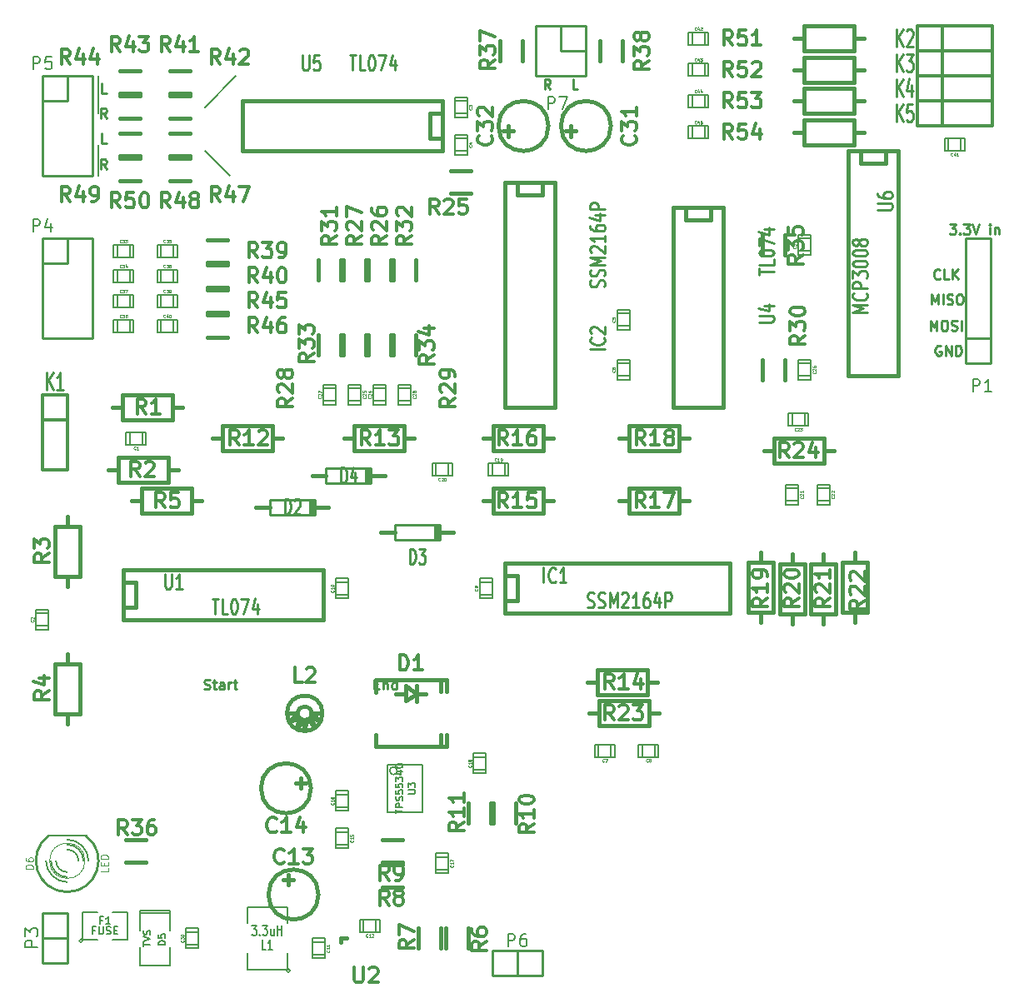
<source format=gto>
%FSLAX34Y34*%
G04 Gerber Fmt 3.4, Leading zero omitted, Abs format*
G04 (created by PCBNEW (2014-jan-25)-product) date sø. 22. mars 2015 kl. 21.03 +0100*
%MOIN*%
G01*
G70*
G90*
G04 APERTURE LIST*
%ADD10C,0.005906*%
%ADD11C,0.009843*%
%ADD12C,0.007874*%
%ADD13C,0.015000*%
%ADD14C,0.010000*%
%ADD15C,0.005000*%
%ADD16C,0.008000*%
%ADD17C,0.003000*%
%ADD18C,0.006000*%
%ADD19C,0.012000*%
%ADD20C,0.003500*%
%ADD21C,0.011250*%
%ADD22C,0.010600*%
%ADD23C,0.009850*%
%ADD24C,0.009900*%
%ADD25C,0.002400*%
G04 APERTURE END LIST*
G54D10*
G54D11*
X13571Y-15228D02*
X13440Y-15040D01*
X13346Y-15228D02*
X13346Y-14834D01*
X13496Y-14834D01*
X13534Y-14853D01*
X13553Y-14871D01*
X13571Y-14909D01*
X13571Y-14965D01*
X13553Y-15003D01*
X13534Y-15021D01*
X13496Y-15040D01*
X13346Y-15040D01*
X13571Y-14178D02*
X13384Y-14178D01*
X13384Y-13784D01*
X13571Y-13178D02*
X13440Y-12990D01*
X13346Y-13178D02*
X13346Y-12784D01*
X13496Y-12784D01*
X13534Y-12803D01*
X13553Y-12821D01*
X13571Y-12859D01*
X13571Y-12915D01*
X13553Y-12953D01*
X13534Y-12971D01*
X13496Y-12990D01*
X13346Y-12990D01*
X13571Y-12178D02*
X13384Y-12178D01*
X13384Y-11784D01*
X32421Y-12028D02*
X32234Y-12028D01*
X32234Y-11634D01*
X31321Y-12028D02*
X31190Y-11840D01*
X31096Y-12028D02*
X31096Y-11634D01*
X31246Y-11634D01*
X31284Y-11653D01*
X31303Y-11671D01*
X31321Y-11709D01*
X31321Y-11765D01*
X31303Y-11803D01*
X31284Y-11821D01*
X31246Y-11840D01*
X31096Y-11840D01*
X46915Y-19590D02*
X46896Y-19609D01*
X46840Y-19628D01*
X46803Y-19628D01*
X46746Y-19609D01*
X46709Y-19571D01*
X46690Y-19534D01*
X46671Y-19459D01*
X46671Y-19403D01*
X46690Y-19328D01*
X46709Y-19290D01*
X46746Y-19253D01*
X46803Y-19234D01*
X46840Y-19234D01*
X46896Y-19253D01*
X46915Y-19271D01*
X47271Y-19628D02*
X47084Y-19628D01*
X47084Y-19234D01*
X47403Y-19628D02*
X47403Y-19234D01*
X47628Y-19628D02*
X47459Y-19403D01*
X47628Y-19234D02*
X47403Y-19459D01*
X46581Y-20628D02*
X46581Y-20234D01*
X46712Y-20515D01*
X46843Y-20234D01*
X46843Y-20628D01*
X47031Y-20628D02*
X47031Y-20234D01*
X47200Y-20609D02*
X47256Y-20628D01*
X47349Y-20628D01*
X47387Y-20609D01*
X47406Y-20590D01*
X47424Y-20553D01*
X47424Y-20515D01*
X47406Y-20478D01*
X47387Y-20459D01*
X47349Y-20440D01*
X47274Y-20421D01*
X47237Y-20403D01*
X47218Y-20384D01*
X47200Y-20346D01*
X47200Y-20309D01*
X47218Y-20271D01*
X47237Y-20253D01*
X47274Y-20234D01*
X47368Y-20234D01*
X47424Y-20253D01*
X47668Y-20234D02*
X47743Y-20234D01*
X47781Y-20253D01*
X47818Y-20290D01*
X47837Y-20365D01*
X47837Y-20496D01*
X47818Y-20571D01*
X47781Y-20609D01*
X47743Y-20628D01*
X47668Y-20628D01*
X47631Y-20609D01*
X47593Y-20571D01*
X47574Y-20496D01*
X47574Y-20365D01*
X47593Y-20290D01*
X47631Y-20253D01*
X47668Y-20234D01*
X46531Y-21678D02*
X46531Y-21284D01*
X46662Y-21565D01*
X46793Y-21284D01*
X46793Y-21678D01*
X47056Y-21284D02*
X47131Y-21284D01*
X47168Y-21303D01*
X47206Y-21340D01*
X47224Y-21415D01*
X47224Y-21546D01*
X47206Y-21621D01*
X47168Y-21659D01*
X47131Y-21678D01*
X47056Y-21678D01*
X47018Y-21659D01*
X46981Y-21621D01*
X46962Y-21546D01*
X46962Y-21415D01*
X46981Y-21340D01*
X47018Y-21303D01*
X47056Y-21284D01*
X47374Y-21659D02*
X47431Y-21678D01*
X47524Y-21678D01*
X47562Y-21659D01*
X47581Y-21640D01*
X47599Y-21603D01*
X47599Y-21565D01*
X47581Y-21528D01*
X47562Y-21509D01*
X47524Y-21490D01*
X47449Y-21471D01*
X47412Y-21453D01*
X47393Y-21434D01*
X47374Y-21396D01*
X47374Y-21359D01*
X47393Y-21321D01*
X47412Y-21303D01*
X47449Y-21284D01*
X47543Y-21284D01*
X47599Y-21303D01*
X47768Y-21678D02*
X47768Y-21284D01*
X46950Y-22303D02*
X46912Y-22284D01*
X46856Y-22284D01*
X46800Y-22303D01*
X46762Y-22340D01*
X46743Y-22378D01*
X46725Y-22453D01*
X46725Y-22509D01*
X46743Y-22584D01*
X46762Y-22621D01*
X46800Y-22659D01*
X46856Y-22678D01*
X46893Y-22678D01*
X46950Y-22659D01*
X46968Y-22640D01*
X46968Y-22509D01*
X46893Y-22509D01*
X47137Y-22678D02*
X47137Y-22284D01*
X47362Y-22678D01*
X47362Y-22284D01*
X47549Y-22678D02*
X47549Y-22284D01*
X47643Y-22284D01*
X47699Y-22303D01*
X47737Y-22340D01*
X47756Y-22378D01*
X47774Y-22453D01*
X47774Y-22509D01*
X47756Y-22584D01*
X47737Y-22621D01*
X47699Y-22659D01*
X47643Y-22678D01*
X47549Y-22678D01*
X47297Y-17434D02*
X47540Y-17434D01*
X47409Y-17584D01*
X47465Y-17584D01*
X47503Y-17603D01*
X47521Y-17621D01*
X47540Y-17659D01*
X47540Y-17753D01*
X47521Y-17790D01*
X47503Y-17809D01*
X47465Y-17828D01*
X47353Y-17828D01*
X47315Y-17809D01*
X47297Y-17790D01*
X47709Y-17790D02*
X47728Y-17809D01*
X47709Y-17828D01*
X47690Y-17809D01*
X47709Y-17790D01*
X47709Y-17828D01*
X47859Y-17434D02*
X48103Y-17434D01*
X47971Y-17584D01*
X48028Y-17584D01*
X48065Y-17603D01*
X48084Y-17621D01*
X48103Y-17659D01*
X48103Y-17753D01*
X48084Y-17790D01*
X48065Y-17809D01*
X48028Y-17828D01*
X47915Y-17828D01*
X47878Y-17809D01*
X47859Y-17790D01*
X48215Y-17434D02*
X48346Y-17828D01*
X48478Y-17434D01*
X48909Y-17828D02*
X48909Y-17565D01*
X48909Y-17434D02*
X48890Y-17453D01*
X48909Y-17471D01*
X48928Y-17453D01*
X48909Y-17434D01*
X48909Y-17471D01*
X49096Y-17565D02*
X49096Y-17828D01*
X49096Y-17603D02*
X49115Y-17584D01*
X49153Y-17565D01*
X49209Y-17565D01*
X49246Y-17584D01*
X49265Y-17621D01*
X49265Y-17828D01*
G54D12*
X13250Y-11500D02*
X13250Y-13000D01*
X13250Y-15500D02*
X13250Y-14250D01*
X18500Y-15500D02*
X17500Y-14500D01*
X18750Y-11500D02*
X17500Y-12750D01*
G54D13*
X21350Y-40000D02*
X21350Y-39580D01*
X21550Y-39800D02*
X21140Y-39800D01*
X21750Y-40000D02*
G75*
G03X21750Y-40000I-1000J0D01*
G74*
G01*
X32150Y-13500D02*
X32150Y-13920D01*
X31950Y-13700D02*
X32360Y-13700D01*
X33750Y-13500D02*
G75*
G03X33750Y-13500I-1000J0D01*
G74*
G01*
X29650Y-13500D02*
X29650Y-13920D01*
X29450Y-13700D02*
X29860Y-13700D01*
X31250Y-13500D02*
G75*
G03X31250Y-13500I-1000J0D01*
G74*
G01*
X25986Y-36213D02*
X26341Y-36213D01*
X25533Y-36213D02*
X25140Y-36213D01*
X26951Y-38339D02*
X26951Y-37866D01*
X26951Y-35661D02*
X26951Y-36134D01*
X27167Y-38339D02*
X27167Y-37866D01*
X27167Y-35661D02*
X27167Y-36134D01*
X24333Y-38339D02*
X24333Y-37846D01*
X24333Y-35661D02*
X24333Y-36154D01*
X25986Y-35898D02*
X25986Y-36528D01*
X25533Y-36508D02*
X25533Y-35898D01*
X25986Y-36213D02*
X25533Y-36508D01*
X25986Y-36213D02*
X25533Y-35898D01*
X24333Y-38339D02*
X27167Y-38339D01*
X24333Y-35661D02*
X27167Y-35661D01*
X20100Y-28750D02*
X19550Y-28750D01*
X21850Y-28750D02*
X22450Y-28750D01*
G54D14*
X21700Y-28450D02*
X21700Y-29050D01*
X21800Y-28450D02*
X21800Y-29050D01*
X21900Y-28750D02*
X21900Y-29050D01*
X21900Y-29050D02*
X20100Y-29050D01*
X20100Y-29050D02*
X20100Y-28450D01*
X20100Y-28450D02*
X21900Y-28450D01*
X21900Y-28450D02*
X21900Y-28750D01*
G54D13*
X25100Y-29750D02*
X24550Y-29750D01*
X26850Y-29750D02*
X27450Y-29750D01*
G54D14*
X26700Y-29450D02*
X26700Y-30050D01*
X26800Y-29450D02*
X26800Y-30050D01*
X26900Y-29750D02*
X26900Y-30050D01*
X26900Y-30050D02*
X25100Y-30050D01*
X25100Y-30050D02*
X25100Y-29450D01*
X25100Y-29450D02*
X26900Y-29450D01*
X26900Y-29450D02*
X26900Y-29750D01*
G54D13*
X22350Y-27500D02*
X21800Y-27500D01*
X24100Y-27500D02*
X24700Y-27500D01*
G54D14*
X23950Y-27200D02*
X23950Y-27800D01*
X24050Y-27200D02*
X24050Y-27800D01*
X24150Y-27500D02*
X24150Y-27800D01*
X24150Y-27800D02*
X22350Y-27800D01*
X22350Y-27800D02*
X22350Y-27200D01*
X22350Y-27200D02*
X24150Y-27200D01*
X24150Y-27200D02*
X24150Y-27500D01*
G54D15*
X16100Y-44900D02*
X14900Y-44900D01*
X14900Y-46350D02*
X14900Y-47100D01*
X14900Y-47100D02*
X16100Y-47100D01*
X16100Y-47100D02*
X16100Y-46350D01*
X16100Y-45700D02*
X16100Y-44900D01*
X16100Y-44978D02*
X14900Y-44978D01*
X14900Y-44900D02*
X14900Y-45700D01*
G54D16*
X12750Y-41880D02*
X11250Y-41880D01*
G54D17*
X12707Y-42900D02*
G75*
G03X12707Y-42900I-707J0D01*
G74*
G01*
G54D14*
X11248Y-41900D02*
G75*
G03X12750Y-41900I751J-999D01*
G74*
G01*
G54D18*
X11550Y-42900D02*
G75*
G03X12000Y-43350I450J0D01*
G74*
G01*
X12450Y-42900D02*
G75*
G03X12000Y-42450I-450J0D01*
G74*
G01*
X11350Y-42900D02*
G75*
G03X12000Y-43550I650J0D01*
G74*
G01*
X12650Y-42900D02*
G75*
G03X12000Y-42250I-650J0D01*
G74*
G01*
X11150Y-42900D02*
G75*
G03X12000Y-43750I850J0D01*
G74*
G01*
X12850Y-42900D02*
G75*
G03X12000Y-42050I-850J0D01*
G74*
G01*
G54D15*
X12620Y-46100D02*
G75*
G03X12620Y-46100I-70J0D01*
G74*
G01*
X13200Y-44950D02*
X12600Y-44950D01*
X12600Y-44950D02*
X12600Y-46050D01*
X12600Y-46050D02*
X13200Y-46050D01*
X13800Y-46050D02*
X14400Y-46050D01*
X14400Y-46050D02*
X14400Y-44950D01*
X14400Y-44950D02*
X13800Y-44950D01*
G54D13*
X29500Y-31500D02*
X29500Y-31500D01*
X29500Y-31500D02*
X30000Y-31500D01*
X30000Y-31500D02*
X30000Y-32500D01*
X30000Y-32500D02*
X29500Y-32500D01*
X29500Y-31000D02*
X38500Y-31000D01*
X38500Y-31000D02*
X38500Y-33000D01*
X38500Y-33000D02*
X29500Y-33000D01*
X29500Y-33000D02*
X29500Y-31000D01*
X31000Y-15750D02*
X31000Y-15750D01*
X31000Y-15750D02*
X31000Y-16250D01*
X31000Y-16250D02*
X30000Y-16250D01*
X30000Y-16250D02*
X30000Y-15750D01*
X31500Y-15750D02*
X31500Y-24750D01*
X31500Y-24750D02*
X29500Y-24750D01*
X29500Y-24750D02*
X29500Y-15750D01*
X29500Y-15750D02*
X31500Y-15750D01*
G54D19*
X11000Y-24250D02*
X12000Y-24250D01*
X12000Y-24250D02*
X12000Y-27250D01*
X12000Y-27250D02*
X11000Y-27250D01*
X11000Y-27250D02*
X11000Y-24250D01*
X12000Y-25250D02*
X11000Y-25250D01*
X46000Y-10500D02*
X46000Y-9500D01*
X46000Y-9500D02*
X49000Y-9500D01*
X49000Y-9500D02*
X49000Y-10500D01*
X49000Y-10500D02*
X46000Y-10500D01*
X47000Y-9500D02*
X47000Y-10500D01*
X46000Y-11500D02*
X46000Y-10500D01*
X46000Y-10500D02*
X49000Y-10500D01*
X49000Y-10500D02*
X49000Y-11500D01*
X49000Y-11500D02*
X46000Y-11500D01*
X47000Y-10500D02*
X47000Y-11500D01*
X46000Y-12500D02*
X46000Y-11500D01*
X46000Y-11500D02*
X49000Y-11500D01*
X49000Y-11500D02*
X49000Y-12500D01*
X49000Y-12500D02*
X46000Y-12500D01*
X47000Y-11500D02*
X47000Y-12500D01*
X46000Y-13500D02*
X46000Y-12500D01*
X46000Y-12500D02*
X49000Y-12500D01*
X49000Y-12500D02*
X49000Y-13500D01*
X49000Y-13500D02*
X46000Y-13500D01*
X47000Y-12500D02*
X47000Y-13500D01*
G54D15*
X20920Y-47300D02*
G75*
G03X20920Y-47300I-70J0D01*
G74*
G01*
X20800Y-45400D02*
X20800Y-44750D01*
X20800Y-44750D02*
X19200Y-44750D01*
X19200Y-44750D02*
X19200Y-45400D01*
X19200Y-46600D02*
X19200Y-47250D01*
X19200Y-47250D02*
X20800Y-47250D01*
X20800Y-47250D02*
X20800Y-46600D01*
G54D13*
X20791Y-37000D02*
X21185Y-37000D01*
X21185Y-37000D02*
X20909Y-37315D01*
X20909Y-37315D02*
X21264Y-37197D01*
X21264Y-37197D02*
X21185Y-37591D01*
X21185Y-37591D02*
X21461Y-37276D01*
X21461Y-37276D02*
X21461Y-37669D01*
X21461Y-37669D02*
X21618Y-37236D01*
X21618Y-37236D02*
X21894Y-37551D01*
X21894Y-37551D02*
X21736Y-37157D01*
X21736Y-37157D02*
X22091Y-37276D01*
X22091Y-37276D02*
X21815Y-37000D01*
X21815Y-37000D02*
X22169Y-37000D01*
X21776Y-37000D02*
G75*
G03X21776Y-37000I-276J0D01*
G74*
G01*
X22209Y-37000D02*
G75*
G03X22209Y-37000I-709J0D01*
G74*
G01*
X16219Y-24750D02*
X16619Y-24750D01*
X14219Y-24750D02*
X13819Y-24750D01*
X16219Y-25250D02*
X14219Y-25250D01*
X14219Y-25250D02*
X14219Y-24250D01*
X14219Y-24250D02*
X16219Y-24250D01*
X16219Y-24250D02*
X16219Y-25250D01*
X14031Y-27250D02*
X13631Y-27250D01*
X16031Y-27250D02*
X16431Y-27250D01*
X14031Y-26750D02*
X16031Y-26750D01*
X16031Y-26750D02*
X16031Y-27750D01*
X16031Y-27750D02*
X14031Y-27750D01*
X14031Y-27750D02*
X14031Y-26750D01*
X12000Y-29531D02*
X12000Y-29131D01*
X12000Y-31531D02*
X12000Y-31931D01*
X12500Y-29531D02*
X12500Y-31531D01*
X12500Y-31531D02*
X11500Y-31531D01*
X11500Y-31531D02*
X11500Y-29531D01*
X11500Y-29531D02*
X12500Y-29531D01*
X12000Y-35031D02*
X12000Y-34631D01*
X12000Y-37031D02*
X12000Y-37431D01*
X12500Y-35031D02*
X12500Y-37031D01*
X12500Y-37031D02*
X11500Y-37031D01*
X11500Y-37031D02*
X11500Y-35031D01*
X11500Y-35031D02*
X12500Y-35031D01*
X16969Y-28500D02*
X17369Y-28500D01*
X14969Y-28500D02*
X14569Y-28500D01*
X16969Y-29000D02*
X14969Y-29000D01*
X14969Y-29000D02*
X14969Y-28000D01*
X14969Y-28000D02*
X16969Y-28000D01*
X16969Y-28000D02*
X16969Y-29000D01*
X20219Y-26000D02*
X20619Y-26000D01*
X18219Y-26000D02*
X17819Y-26000D01*
X20219Y-26500D02*
X18219Y-26500D01*
X18219Y-26500D02*
X18219Y-25500D01*
X18219Y-25500D02*
X20219Y-25500D01*
X20219Y-25500D02*
X20219Y-26500D01*
X25469Y-26000D02*
X25869Y-26000D01*
X23469Y-26000D02*
X23069Y-26000D01*
X25469Y-26500D02*
X23469Y-26500D01*
X23469Y-26500D02*
X23469Y-25500D01*
X23469Y-25500D02*
X25469Y-25500D01*
X25469Y-25500D02*
X25469Y-26500D01*
X35219Y-35750D02*
X35619Y-35750D01*
X33219Y-35750D02*
X32819Y-35750D01*
X35219Y-36250D02*
X33219Y-36250D01*
X33219Y-36250D02*
X33219Y-35250D01*
X33219Y-35250D02*
X35219Y-35250D01*
X35219Y-35250D02*
X35219Y-36250D01*
X29031Y-28500D02*
X28631Y-28500D01*
X31031Y-28500D02*
X31431Y-28500D01*
X29031Y-28000D02*
X31031Y-28000D01*
X31031Y-28000D02*
X31031Y-29000D01*
X31031Y-29000D02*
X29031Y-29000D01*
X29031Y-29000D02*
X29031Y-28000D01*
X29031Y-26000D02*
X28631Y-26000D01*
X31031Y-26000D02*
X31431Y-26000D01*
X29031Y-25500D02*
X31031Y-25500D01*
X31031Y-25500D02*
X31031Y-26500D01*
X31031Y-26500D02*
X29031Y-26500D01*
X29031Y-26500D02*
X29031Y-25500D01*
X36469Y-28500D02*
X36869Y-28500D01*
X34469Y-28500D02*
X34069Y-28500D01*
X36469Y-29000D02*
X34469Y-29000D01*
X34469Y-29000D02*
X34469Y-28000D01*
X34469Y-28000D02*
X36469Y-28000D01*
X36469Y-28000D02*
X36469Y-29000D01*
X36469Y-26000D02*
X36869Y-26000D01*
X34469Y-26000D02*
X34069Y-26000D01*
X36469Y-26500D02*
X34469Y-26500D01*
X34469Y-26500D02*
X34469Y-25500D01*
X34469Y-25500D02*
X36469Y-25500D01*
X36469Y-25500D02*
X36469Y-26500D01*
X39750Y-32969D02*
X39750Y-33369D01*
X39750Y-30969D02*
X39750Y-30569D01*
X39250Y-32969D02*
X39250Y-30969D01*
X39250Y-30969D02*
X40250Y-30969D01*
X40250Y-30969D02*
X40250Y-32969D01*
X40250Y-32969D02*
X39250Y-32969D01*
X43500Y-32969D02*
X43500Y-33369D01*
X43500Y-30969D02*
X43500Y-30569D01*
X43000Y-32969D02*
X43000Y-30969D01*
X43000Y-30969D02*
X44000Y-30969D01*
X44000Y-30969D02*
X44000Y-32969D01*
X44000Y-32969D02*
X43000Y-32969D01*
X41000Y-31031D02*
X41000Y-30631D01*
X41000Y-33031D02*
X41000Y-33431D01*
X41500Y-31031D02*
X41500Y-33031D01*
X41500Y-33031D02*
X40500Y-33031D01*
X40500Y-33031D02*
X40500Y-31031D01*
X40500Y-31031D02*
X41500Y-31031D01*
X42250Y-31031D02*
X42250Y-30631D01*
X42250Y-33031D02*
X42250Y-33431D01*
X42750Y-31031D02*
X42750Y-33031D01*
X42750Y-33031D02*
X41750Y-33031D01*
X41750Y-33031D02*
X41750Y-31031D01*
X41750Y-31031D02*
X42750Y-31031D01*
X33281Y-37000D02*
X32881Y-37000D01*
X35281Y-37000D02*
X35681Y-37000D01*
X33281Y-36500D02*
X35281Y-36500D01*
X35281Y-36500D02*
X35281Y-37500D01*
X35281Y-37500D02*
X33281Y-37500D01*
X33281Y-37500D02*
X33281Y-36500D01*
X40281Y-26500D02*
X39881Y-26500D01*
X42281Y-26500D02*
X42681Y-26500D01*
X40281Y-26000D02*
X42281Y-26000D01*
X42281Y-26000D02*
X42281Y-27000D01*
X42281Y-27000D02*
X40281Y-27000D01*
X40281Y-27000D02*
X40281Y-26000D01*
X14250Y-31250D02*
X22250Y-31250D01*
X22250Y-33250D02*
X14250Y-33250D01*
X14250Y-33250D02*
X14250Y-31250D01*
X14250Y-31750D02*
X14750Y-31750D01*
X14750Y-31750D02*
X14750Y-32750D01*
X14750Y-32750D02*
X14250Y-32750D01*
X22250Y-31250D02*
X22250Y-33250D01*
X23171Y-45980D02*
X22947Y-45980D01*
X22947Y-45980D02*
X22947Y-46142D01*
G54D10*
X26200Y-39050D02*
X26200Y-40950D01*
X26200Y-40950D02*
X24800Y-40950D01*
X24800Y-40950D02*
X24800Y-39050D01*
X24800Y-39050D02*
X26200Y-39050D01*
X25200Y-39300D02*
G75*
G03X25200Y-39300I-150J0D01*
G74*
G01*
G54D13*
X38250Y-16750D02*
X38250Y-24750D01*
X36250Y-24750D02*
X36250Y-16750D01*
X36250Y-16750D02*
X38250Y-16750D01*
X37750Y-16750D02*
X37750Y-17250D01*
X37750Y-17250D02*
X36750Y-17250D01*
X36750Y-17250D02*
X36750Y-16750D01*
X38250Y-24750D02*
X36250Y-24750D01*
X27000Y-14500D02*
X19000Y-14500D01*
X19000Y-12500D02*
X27000Y-12500D01*
X27000Y-12500D02*
X27000Y-14500D01*
X27000Y-14000D02*
X26500Y-14000D01*
X26500Y-14000D02*
X26500Y-13000D01*
X26500Y-13000D02*
X27000Y-13000D01*
X19000Y-14500D02*
X19000Y-12500D01*
X44750Y-14500D02*
X44750Y-14500D01*
X44750Y-14500D02*
X44750Y-15000D01*
X44750Y-15000D02*
X43750Y-15000D01*
X43750Y-15000D02*
X43750Y-14500D01*
X45250Y-14500D02*
X45250Y-23500D01*
X45250Y-23500D02*
X43250Y-23500D01*
X43250Y-23500D02*
X43250Y-14500D01*
X43250Y-14500D02*
X45250Y-14500D01*
G54D14*
X11000Y-12500D02*
X11000Y-15500D01*
X11000Y-15500D02*
X13000Y-15500D01*
X13000Y-15500D02*
X13000Y-11500D01*
X13000Y-11500D02*
X12000Y-11500D01*
X11000Y-11500D02*
X11000Y-12500D01*
X12000Y-11500D02*
X12000Y-12500D01*
X12000Y-12500D02*
X11000Y-12500D01*
X11000Y-11500D02*
X12000Y-11500D01*
X11000Y-19000D02*
X11000Y-22000D01*
X11000Y-22000D02*
X13000Y-22000D01*
X13000Y-22000D02*
X13000Y-18000D01*
X13000Y-18000D02*
X12000Y-18000D01*
X11000Y-18000D02*
X11000Y-19000D01*
X12000Y-18000D02*
X12000Y-19000D01*
X12000Y-19000D02*
X11000Y-19000D01*
X11000Y-18000D02*
X12000Y-18000D01*
G54D13*
X18000Y-18050D02*
X17600Y-18050D01*
X18000Y-18050D02*
X18400Y-18050D01*
X18000Y-18950D02*
X17600Y-18950D01*
X18000Y-18950D02*
X18400Y-18950D01*
X18000Y-19050D02*
X17600Y-19050D01*
X18000Y-19050D02*
X18400Y-19050D01*
X18000Y-19950D02*
X17600Y-19950D01*
X18000Y-19950D02*
X18400Y-19950D01*
X18000Y-20050D02*
X17600Y-20050D01*
X18000Y-20050D02*
X18400Y-20050D01*
X18000Y-20950D02*
X17600Y-20950D01*
X18000Y-20950D02*
X18400Y-20950D01*
X18000Y-21050D02*
X17600Y-21050D01*
X18000Y-21050D02*
X18400Y-21050D01*
X18000Y-21950D02*
X17600Y-21950D01*
X18000Y-21950D02*
X18400Y-21950D01*
G54D15*
X14500Y-26250D02*
X14500Y-25750D01*
X15000Y-26250D02*
X15000Y-25760D01*
X15150Y-26250D02*
X14350Y-26250D01*
X14350Y-26250D02*
X14350Y-25750D01*
X14350Y-25750D02*
X15150Y-25750D01*
X15150Y-25750D02*
X15150Y-26250D01*
X10750Y-33000D02*
X11250Y-33000D01*
X10750Y-33500D02*
X11240Y-33500D01*
X10750Y-33650D02*
X10750Y-32850D01*
X10750Y-32850D02*
X11250Y-32850D01*
X11250Y-32850D02*
X11250Y-33650D01*
X11250Y-33650D02*
X10750Y-33650D01*
X28000Y-13000D02*
X27500Y-13000D01*
X28000Y-12500D02*
X27510Y-12500D01*
X28000Y-12350D02*
X28000Y-13150D01*
X28000Y-13150D02*
X27500Y-13150D01*
X27500Y-13150D02*
X27500Y-12350D01*
X27500Y-12350D02*
X28000Y-12350D01*
X28000Y-14500D02*
X27500Y-14500D01*
X28000Y-14000D02*
X27510Y-14000D01*
X28000Y-13850D02*
X28000Y-14650D01*
X28000Y-14650D02*
X27500Y-14650D01*
X27500Y-14650D02*
X27500Y-13850D01*
X27500Y-13850D02*
X28000Y-13850D01*
X34000Y-21000D02*
X34500Y-21000D01*
X34000Y-21500D02*
X34490Y-21500D01*
X34000Y-21650D02*
X34000Y-20850D01*
X34000Y-20850D02*
X34500Y-20850D01*
X34500Y-20850D02*
X34500Y-21650D01*
X34500Y-21650D02*
X34000Y-21650D01*
X34000Y-23000D02*
X34500Y-23000D01*
X34000Y-23500D02*
X34490Y-23500D01*
X34000Y-23650D02*
X34000Y-22850D01*
X34000Y-22850D02*
X34500Y-22850D01*
X34500Y-22850D02*
X34500Y-23650D01*
X34500Y-23650D02*
X34000Y-23650D01*
X33250Y-38750D02*
X33250Y-38250D01*
X33750Y-38750D02*
X33750Y-38260D01*
X33900Y-38750D02*
X33100Y-38750D01*
X33100Y-38750D02*
X33100Y-38250D01*
X33100Y-38250D02*
X33900Y-38250D01*
X33900Y-38250D02*
X33900Y-38750D01*
X35000Y-38750D02*
X35000Y-38250D01*
X35500Y-38750D02*
X35500Y-38260D01*
X35650Y-38750D02*
X34850Y-38750D01*
X34850Y-38750D02*
X34850Y-38250D01*
X34850Y-38250D02*
X35650Y-38250D01*
X35650Y-38250D02*
X35650Y-38750D01*
X28500Y-31750D02*
X29000Y-31750D01*
X28500Y-32250D02*
X28990Y-32250D01*
X28500Y-32400D02*
X28500Y-31600D01*
X28500Y-31600D02*
X29000Y-31600D01*
X29000Y-31600D02*
X29000Y-32400D01*
X29000Y-32400D02*
X28500Y-32400D01*
X22750Y-31750D02*
X23250Y-31750D01*
X22750Y-32250D02*
X23240Y-32250D01*
X22750Y-32400D02*
X22750Y-31600D01*
X22750Y-31600D02*
X23250Y-31600D01*
X23250Y-31600D02*
X23250Y-32400D01*
X23250Y-32400D02*
X22750Y-32400D01*
X22300Y-46650D02*
X21800Y-46650D01*
X22300Y-46150D02*
X21810Y-46150D01*
X22300Y-46000D02*
X22300Y-46800D01*
X22300Y-46800D02*
X21800Y-46800D01*
X21800Y-46800D02*
X21800Y-46000D01*
X21800Y-46000D02*
X22300Y-46000D01*
X23850Y-45750D02*
X23850Y-45250D01*
X24350Y-45750D02*
X24350Y-45260D01*
X24500Y-45750D02*
X23700Y-45750D01*
X23700Y-45750D02*
X23700Y-45250D01*
X23700Y-45250D02*
X24500Y-45250D01*
X24500Y-45250D02*
X24500Y-45750D01*
X23250Y-42250D02*
X22750Y-42250D01*
X23250Y-41750D02*
X22760Y-41750D01*
X23250Y-41600D02*
X23250Y-42400D01*
X23250Y-42400D02*
X22750Y-42400D01*
X22750Y-42400D02*
X22750Y-41600D01*
X22750Y-41600D02*
X23250Y-41600D01*
X22750Y-40250D02*
X23250Y-40250D01*
X22750Y-40750D02*
X23240Y-40750D01*
X22750Y-40900D02*
X22750Y-40100D01*
X22750Y-40100D02*
X23250Y-40100D01*
X23250Y-40100D02*
X23250Y-40900D01*
X23250Y-40900D02*
X22750Y-40900D01*
X27250Y-43250D02*
X26750Y-43250D01*
X27250Y-42750D02*
X26760Y-42750D01*
X27250Y-42600D02*
X27250Y-43400D01*
X27250Y-43400D02*
X26750Y-43400D01*
X26750Y-43400D02*
X26750Y-42600D01*
X26750Y-42600D02*
X27250Y-42600D01*
X28250Y-38750D02*
X28750Y-38750D01*
X28250Y-39250D02*
X28740Y-39250D01*
X28250Y-39400D02*
X28250Y-38600D01*
X28250Y-38600D02*
X28750Y-38600D01*
X28750Y-38600D02*
X28750Y-39400D01*
X28750Y-39400D02*
X28250Y-39400D01*
X29500Y-27000D02*
X29500Y-27500D01*
X29000Y-27000D02*
X29000Y-27490D01*
X28850Y-27000D02*
X29650Y-27000D01*
X29650Y-27000D02*
X29650Y-27500D01*
X29650Y-27500D02*
X28850Y-27500D01*
X28850Y-27500D02*
X28850Y-27000D01*
X26750Y-27500D02*
X26750Y-27000D01*
X27250Y-27500D02*
X27250Y-27010D01*
X27400Y-27500D02*
X26600Y-27500D01*
X26600Y-27500D02*
X26600Y-27000D01*
X26600Y-27000D02*
X27400Y-27000D01*
X27400Y-27000D02*
X27400Y-27500D01*
X41250Y-28500D02*
X40750Y-28500D01*
X41250Y-28000D02*
X40760Y-28000D01*
X41250Y-27850D02*
X41250Y-28650D01*
X41250Y-28650D02*
X40750Y-28650D01*
X40750Y-28650D02*
X40750Y-27850D01*
X40750Y-27850D02*
X41250Y-27850D01*
X42500Y-28500D02*
X42000Y-28500D01*
X42500Y-28000D02*
X42010Y-28000D01*
X42500Y-27850D02*
X42500Y-28650D01*
X42500Y-28650D02*
X42000Y-28650D01*
X42000Y-28650D02*
X42000Y-27850D01*
X42000Y-27850D02*
X42500Y-27850D01*
X41000Y-25500D02*
X41000Y-25000D01*
X41500Y-25500D02*
X41500Y-25010D01*
X41650Y-25500D02*
X40850Y-25500D01*
X40850Y-25500D02*
X40850Y-25000D01*
X40850Y-25000D02*
X41650Y-25000D01*
X41650Y-25000D02*
X41650Y-25500D01*
X24250Y-24000D02*
X24750Y-24000D01*
X24250Y-24500D02*
X24740Y-24500D01*
X24250Y-24650D02*
X24250Y-23850D01*
X24250Y-23850D02*
X24750Y-23850D01*
X24750Y-23850D02*
X24750Y-24650D01*
X24750Y-24650D02*
X24250Y-24650D01*
X23750Y-24500D02*
X23250Y-24500D01*
X23750Y-24000D02*
X23260Y-24000D01*
X23750Y-23850D02*
X23750Y-24650D01*
X23750Y-24650D02*
X23250Y-24650D01*
X23250Y-24650D02*
X23250Y-23850D01*
X23250Y-23850D02*
X23750Y-23850D01*
X41750Y-23500D02*
X41250Y-23500D01*
X41750Y-23000D02*
X41260Y-23000D01*
X41750Y-22850D02*
X41750Y-23650D01*
X41750Y-23650D02*
X41250Y-23650D01*
X41250Y-23650D02*
X41250Y-22850D01*
X41250Y-22850D02*
X41750Y-22850D01*
X22250Y-24000D02*
X22750Y-24000D01*
X22250Y-24500D02*
X22740Y-24500D01*
X22250Y-24650D02*
X22250Y-23850D01*
X22250Y-23850D02*
X22750Y-23850D01*
X22750Y-23850D02*
X22750Y-24650D01*
X22750Y-24650D02*
X22250Y-24650D01*
X25750Y-24500D02*
X25250Y-24500D01*
X25750Y-24000D02*
X25260Y-24000D01*
X25750Y-23850D02*
X25750Y-24650D01*
X25750Y-24650D02*
X25250Y-24650D01*
X25250Y-24650D02*
X25250Y-23850D01*
X25250Y-23850D02*
X25750Y-23850D01*
X41250Y-18000D02*
X41750Y-18000D01*
X41250Y-18500D02*
X41740Y-18500D01*
X41250Y-18650D02*
X41250Y-17850D01*
X41250Y-17850D02*
X41750Y-17850D01*
X41750Y-17850D02*
X41750Y-18650D01*
X41750Y-18650D02*
X41250Y-18650D01*
X14500Y-18250D02*
X14500Y-18750D01*
X14000Y-18250D02*
X14000Y-18740D01*
X13850Y-18250D02*
X14650Y-18250D01*
X14650Y-18250D02*
X14650Y-18750D01*
X14650Y-18750D02*
X13850Y-18750D01*
X13850Y-18750D02*
X13850Y-18250D01*
X14500Y-19250D02*
X14500Y-19750D01*
X14000Y-19250D02*
X14000Y-19740D01*
X13850Y-19250D02*
X14650Y-19250D01*
X14650Y-19250D02*
X14650Y-19750D01*
X14650Y-19750D02*
X13850Y-19750D01*
X13850Y-19750D02*
X13850Y-19250D01*
X16250Y-18250D02*
X16250Y-18750D01*
X15750Y-18250D02*
X15750Y-18740D01*
X15600Y-18250D02*
X16400Y-18250D01*
X16400Y-18250D02*
X16400Y-18750D01*
X16400Y-18750D02*
X15600Y-18750D01*
X15600Y-18750D02*
X15600Y-18250D01*
X16250Y-19250D02*
X16250Y-19750D01*
X15750Y-19250D02*
X15750Y-19740D01*
X15600Y-19250D02*
X16400Y-19250D01*
X16400Y-19250D02*
X16400Y-19750D01*
X16400Y-19750D02*
X15600Y-19750D01*
X15600Y-19750D02*
X15600Y-19250D01*
X14500Y-20250D02*
X14500Y-20750D01*
X14000Y-20250D02*
X14000Y-20740D01*
X13850Y-20250D02*
X14650Y-20250D01*
X14650Y-20250D02*
X14650Y-20750D01*
X14650Y-20750D02*
X13850Y-20750D01*
X13850Y-20750D02*
X13850Y-20250D01*
X14500Y-21250D02*
X14500Y-21750D01*
X14000Y-21250D02*
X14000Y-21740D01*
X13850Y-21250D02*
X14650Y-21250D01*
X14650Y-21250D02*
X14650Y-21750D01*
X14650Y-21750D02*
X13850Y-21750D01*
X13850Y-21750D02*
X13850Y-21250D01*
X16250Y-20250D02*
X16250Y-20750D01*
X15750Y-20250D02*
X15750Y-20740D01*
X15600Y-20250D02*
X16400Y-20250D01*
X16400Y-20250D02*
X16400Y-20750D01*
X16400Y-20750D02*
X15600Y-20750D01*
X15600Y-20750D02*
X15600Y-20250D01*
X16250Y-21250D02*
X16250Y-21750D01*
X15750Y-21250D02*
X15750Y-21740D01*
X15600Y-21250D02*
X16400Y-21250D01*
X16400Y-21250D02*
X16400Y-21750D01*
X16400Y-21750D02*
X15600Y-21750D01*
X15600Y-21750D02*
X15600Y-21250D01*
X47250Y-14500D02*
X47250Y-14000D01*
X47750Y-14500D02*
X47750Y-14010D01*
X47900Y-14500D02*
X47100Y-14500D01*
X47100Y-14500D02*
X47100Y-14000D01*
X47100Y-14000D02*
X47900Y-14000D01*
X47900Y-14000D02*
X47900Y-14500D01*
X37500Y-9750D02*
X37500Y-10250D01*
X37000Y-9750D02*
X37000Y-10240D01*
X36850Y-9750D02*
X37650Y-9750D01*
X37650Y-9750D02*
X37650Y-10250D01*
X37650Y-10250D02*
X36850Y-10250D01*
X36850Y-10250D02*
X36850Y-9750D01*
G54D13*
X28050Y-46000D02*
X28050Y-45600D01*
X28050Y-46000D02*
X28050Y-46400D01*
X27150Y-46000D02*
X27150Y-45600D01*
X27150Y-46000D02*
X27150Y-46400D01*
X26050Y-46000D02*
X26050Y-46400D01*
X26050Y-46000D02*
X26050Y-45600D01*
X26950Y-46000D02*
X26950Y-46400D01*
X26950Y-46000D02*
X26950Y-45600D01*
X25000Y-43950D02*
X25400Y-43950D01*
X25000Y-43950D02*
X24600Y-43950D01*
X25000Y-43050D02*
X25400Y-43050D01*
X25000Y-43050D02*
X24600Y-43050D01*
X25000Y-42950D02*
X25400Y-42950D01*
X25000Y-42950D02*
X24600Y-42950D01*
X25000Y-42050D02*
X25400Y-42050D01*
X25000Y-42050D02*
X24600Y-42050D01*
X29950Y-41000D02*
X29950Y-40600D01*
X29950Y-41000D02*
X29950Y-41400D01*
X29050Y-41000D02*
X29050Y-40600D01*
X29050Y-41000D02*
X29050Y-41400D01*
X28050Y-41000D02*
X28050Y-41400D01*
X28050Y-41000D02*
X28050Y-40600D01*
X28950Y-41000D02*
X28950Y-41400D01*
X28950Y-41000D02*
X28950Y-40600D01*
X16500Y-11300D02*
X16100Y-11300D01*
X16500Y-11300D02*
X16900Y-11300D01*
X16500Y-12200D02*
X16100Y-12200D01*
X16500Y-12200D02*
X16900Y-12200D01*
X16500Y-12300D02*
X16100Y-12300D01*
X16500Y-12300D02*
X16900Y-12300D01*
X16500Y-13200D02*
X16100Y-13200D01*
X16500Y-13200D02*
X16900Y-13200D01*
X14500Y-11300D02*
X14100Y-11300D01*
X14500Y-11300D02*
X14900Y-11300D01*
X14500Y-12200D02*
X14100Y-12200D01*
X14500Y-12200D02*
X14900Y-12200D01*
X14500Y-12300D02*
X14100Y-12300D01*
X14500Y-12300D02*
X14900Y-12300D01*
X14500Y-13200D02*
X14100Y-13200D01*
X14500Y-13200D02*
X14900Y-13200D01*
X16500Y-13800D02*
X16100Y-13800D01*
X16500Y-13800D02*
X16900Y-13800D01*
X16500Y-14700D02*
X16100Y-14700D01*
X16500Y-14700D02*
X16900Y-14700D01*
X16500Y-14800D02*
X16100Y-14800D01*
X16500Y-14800D02*
X16900Y-14800D01*
X16500Y-15700D02*
X16100Y-15700D01*
X16500Y-15700D02*
X16900Y-15700D01*
X14500Y-13800D02*
X14100Y-13800D01*
X14500Y-13800D02*
X14900Y-13800D01*
X14500Y-14700D02*
X14100Y-14700D01*
X14500Y-14700D02*
X14900Y-14700D01*
X14500Y-14800D02*
X14100Y-14800D01*
X14500Y-14800D02*
X14900Y-14800D01*
X14500Y-15700D02*
X14100Y-15700D01*
X14500Y-15700D02*
X14900Y-15700D01*
X24050Y-19250D02*
X24050Y-19650D01*
X24050Y-19250D02*
X24050Y-18850D01*
X24950Y-19250D02*
X24950Y-19650D01*
X24950Y-19250D02*
X24950Y-18850D01*
X23050Y-19250D02*
X23050Y-19650D01*
X23050Y-19250D02*
X23050Y-18850D01*
X23950Y-19250D02*
X23950Y-19650D01*
X23950Y-19250D02*
X23950Y-18850D01*
X24050Y-22250D02*
X24050Y-22650D01*
X24050Y-22250D02*
X24050Y-21850D01*
X24950Y-22250D02*
X24950Y-22650D01*
X24950Y-22250D02*
X24950Y-21850D01*
X23950Y-22250D02*
X23950Y-21850D01*
X23950Y-22250D02*
X23950Y-22650D01*
X23050Y-22250D02*
X23050Y-21850D01*
X23050Y-22250D02*
X23050Y-22650D01*
X39800Y-23250D02*
X39800Y-23650D01*
X39800Y-23250D02*
X39800Y-22850D01*
X40700Y-23250D02*
X40700Y-23650D01*
X40700Y-23250D02*
X40700Y-22850D01*
X22050Y-19250D02*
X22050Y-19650D01*
X22050Y-19250D02*
X22050Y-18850D01*
X22950Y-19250D02*
X22950Y-19650D01*
X22950Y-19250D02*
X22950Y-18850D01*
X25050Y-19250D02*
X25050Y-19650D01*
X25050Y-19250D02*
X25050Y-18850D01*
X25950Y-19250D02*
X25950Y-19650D01*
X25950Y-19250D02*
X25950Y-18850D01*
X22050Y-22250D02*
X22050Y-22650D01*
X22050Y-22250D02*
X22050Y-21850D01*
X22950Y-22250D02*
X22950Y-22650D01*
X22950Y-22250D02*
X22950Y-21850D01*
X25950Y-22250D02*
X25950Y-21850D01*
X25950Y-22250D02*
X25950Y-22650D01*
X25050Y-22250D02*
X25050Y-21850D01*
X25050Y-22250D02*
X25050Y-22650D01*
X40700Y-18250D02*
X40700Y-17850D01*
X40700Y-18250D02*
X40700Y-18650D01*
X39800Y-18250D02*
X39800Y-17850D01*
X39800Y-18250D02*
X39800Y-18650D01*
X14750Y-42050D02*
X14350Y-42050D01*
X14750Y-42050D02*
X15150Y-42050D01*
X14750Y-42950D02*
X14350Y-42950D01*
X14750Y-42950D02*
X15150Y-42950D01*
X29300Y-10500D02*
X29300Y-10900D01*
X29300Y-10500D02*
X29300Y-10100D01*
X30200Y-10500D02*
X30200Y-10900D01*
X30200Y-10500D02*
X30200Y-10100D01*
X33300Y-10500D02*
X33300Y-10900D01*
X33300Y-10500D02*
X33300Y-10100D01*
X34200Y-10500D02*
X34200Y-10900D01*
X34200Y-10500D02*
X34200Y-10100D01*
X27750Y-15300D02*
X27350Y-15300D01*
X27750Y-15300D02*
X28150Y-15300D01*
X27750Y-16200D02*
X27350Y-16200D01*
X27750Y-16200D02*
X28150Y-16200D01*
X21050Y-43650D02*
X20630Y-43650D01*
X20850Y-43450D02*
X20850Y-43860D01*
X22050Y-44250D02*
G75*
G03X22050Y-44250I-1000J0D01*
G74*
G01*
G54D15*
X16750Y-45750D02*
X17250Y-45750D01*
X16750Y-46250D02*
X17240Y-46250D01*
X16750Y-46400D02*
X16750Y-45600D01*
X16750Y-45600D02*
X17250Y-45600D01*
X17250Y-45600D02*
X17250Y-46400D01*
X17250Y-46400D02*
X16750Y-46400D01*
G54D13*
X43469Y-10000D02*
X43869Y-10000D01*
X41469Y-10000D02*
X41069Y-10000D01*
X43469Y-10500D02*
X41469Y-10500D01*
X41469Y-10500D02*
X41469Y-9500D01*
X41469Y-9500D02*
X43469Y-9500D01*
X43469Y-9500D02*
X43469Y-10500D01*
X43469Y-11250D02*
X43869Y-11250D01*
X41469Y-11250D02*
X41069Y-11250D01*
X43469Y-11750D02*
X41469Y-11750D01*
X41469Y-11750D02*
X41469Y-10750D01*
X41469Y-10750D02*
X43469Y-10750D01*
X43469Y-10750D02*
X43469Y-11750D01*
X43469Y-12500D02*
X43869Y-12500D01*
X41469Y-12500D02*
X41069Y-12500D01*
X43469Y-13000D02*
X41469Y-13000D01*
X41469Y-13000D02*
X41469Y-12000D01*
X41469Y-12000D02*
X43469Y-12000D01*
X43469Y-12000D02*
X43469Y-13000D01*
X43469Y-13750D02*
X43869Y-13750D01*
X41469Y-13750D02*
X41069Y-13750D01*
X43469Y-14250D02*
X41469Y-14250D01*
X41469Y-14250D02*
X41469Y-13250D01*
X41469Y-13250D02*
X43469Y-13250D01*
X43469Y-13250D02*
X43469Y-14250D01*
G54D15*
X37500Y-11000D02*
X37500Y-11500D01*
X37000Y-11000D02*
X37000Y-11490D01*
X36850Y-11000D02*
X37650Y-11000D01*
X37650Y-11000D02*
X37650Y-11500D01*
X37650Y-11500D02*
X36850Y-11500D01*
X36850Y-11500D02*
X36850Y-11000D01*
X37500Y-12250D02*
X37500Y-12750D01*
X37000Y-12250D02*
X37000Y-12740D01*
X36850Y-12250D02*
X37650Y-12250D01*
X37650Y-12250D02*
X37650Y-12750D01*
X37650Y-12750D02*
X36850Y-12750D01*
X36850Y-12750D02*
X36850Y-12250D01*
X37500Y-13500D02*
X37500Y-14000D01*
X37000Y-13500D02*
X37000Y-13990D01*
X36850Y-13500D02*
X37650Y-13500D01*
X37650Y-13500D02*
X37650Y-14000D01*
X37650Y-14000D02*
X36850Y-14000D01*
X36850Y-14000D02*
X36850Y-13500D01*
G54D14*
X30000Y-46500D02*
X30000Y-47500D01*
X29000Y-46500D02*
X29000Y-47500D01*
X29000Y-47500D02*
X30000Y-47500D01*
X30000Y-47500D02*
X31000Y-47500D01*
X31000Y-47500D02*
X31000Y-46500D01*
X31000Y-46500D02*
X29000Y-46500D01*
X32750Y-10500D02*
X32750Y-9500D01*
X32750Y-9500D02*
X31750Y-9500D01*
X31750Y-9500D02*
X31750Y-10500D01*
X31750Y-10500D02*
X32750Y-10500D01*
X32750Y-10500D02*
X32750Y-11500D01*
X32750Y-11500D02*
X30750Y-11500D01*
X30750Y-11500D02*
X30750Y-9500D01*
X30750Y-9500D02*
X31750Y-9500D01*
X47950Y-22000D02*
X47950Y-18000D01*
X47950Y-18000D02*
X48950Y-18000D01*
X48950Y-18000D02*
X48950Y-22000D01*
X47950Y-23000D02*
X47950Y-22000D01*
X47950Y-22000D02*
X48950Y-22000D01*
X47950Y-23000D02*
X48950Y-23000D01*
X48950Y-23000D02*
X48950Y-22000D01*
X11000Y-46000D02*
X12000Y-46000D01*
X11000Y-47000D02*
X12000Y-47000D01*
X12000Y-47000D02*
X12000Y-46000D01*
X12000Y-46000D02*
X12000Y-45000D01*
X12000Y-45000D02*
X11000Y-45000D01*
X11000Y-45000D02*
X11000Y-47000D01*
G54D19*
X20364Y-41714D02*
X20335Y-41742D01*
X20250Y-41771D01*
X20192Y-41771D01*
X20107Y-41742D01*
X20050Y-41685D01*
X20021Y-41628D01*
X19992Y-41514D01*
X19992Y-41428D01*
X20021Y-41314D01*
X20050Y-41257D01*
X20107Y-41200D01*
X20192Y-41171D01*
X20250Y-41171D01*
X20335Y-41200D01*
X20364Y-41228D01*
X20935Y-41771D02*
X20592Y-41771D01*
X20764Y-41771D02*
X20764Y-41171D01*
X20707Y-41257D01*
X20650Y-41314D01*
X20592Y-41342D01*
X21450Y-41371D02*
X21450Y-41771D01*
X21307Y-41142D02*
X21164Y-41571D01*
X21535Y-41571D01*
X34714Y-13885D02*
X34742Y-13914D01*
X34771Y-14000D01*
X34771Y-14057D01*
X34742Y-14142D01*
X34685Y-14200D01*
X34628Y-14228D01*
X34514Y-14257D01*
X34428Y-14257D01*
X34314Y-14228D01*
X34257Y-14200D01*
X34200Y-14142D01*
X34171Y-14057D01*
X34171Y-14000D01*
X34200Y-13914D01*
X34228Y-13885D01*
X34171Y-13685D02*
X34171Y-13314D01*
X34400Y-13514D01*
X34400Y-13428D01*
X34428Y-13371D01*
X34457Y-13342D01*
X34514Y-13314D01*
X34657Y-13314D01*
X34714Y-13342D01*
X34742Y-13371D01*
X34771Y-13428D01*
X34771Y-13600D01*
X34742Y-13657D01*
X34714Y-13685D01*
X34771Y-12742D02*
X34771Y-13085D01*
X34771Y-12914D02*
X34171Y-12914D01*
X34257Y-12971D01*
X34314Y-13028D01*
X34342Y-13085D01*
X28964Y-13885D02*
X28992Y-13914D01*
X29021Y-14000D01*
X29021Y-14057D01*
X28992Y-14142D01*
X28935Y-14200D01*
X28878Y-14228D01*
X28764Y-14257D01*
X28678Y-14257D01*
X28564Y-14228D01*
X28507Y-14200D01*
X28450Y-14142D01*
X28421Y-14057D01*
X28421Y-14000D01*
X28450Y-13914D01*
X28478Y-13885D01*
X28421Y-13685D02*
X28421Y-13314D01*
X28650Y-13514D01*
X28650Y-13428D01*
X28678Y-13371D01*
X28707Y-13342D01*
X28764Y-13314D01*
X28907Y-13314D01*
X28964Y-13342D01*
X28992Y-13371D01*
X29021Y-13428D01*
X29021Y-13600D01*
X28992Y-13657D01*
X28964Y-13685D01*
X28478Y-13085D02*
X28450Y-13057D01*
X28421Y-13000D01*
X28421Y-12857D01*
X28450Y-12800D01*
X28478Y-12771D01*
X28535Y-12742D01*
X28592Y-12742D01*
X28678Y-12771D01*
X29021Y-13114D01*
X29021Y-12742D01*
X25307Y-35271D02*
X25307Y-34671D01*
X25450Y-34671D01*
X25535Y-34700D01*
X25592Y-34757D01*
X25621Y-34814D01*
X25650Y-34928D01*
X25650Y-35014D01*
X25621Y-35128D01*
X25592Y-35185D01*
X25535Y-35242D01*
X25450Y-35271D01*
X25307Y-35271D01*
X26221Y-35271D02*
X25878Y-35271D01*
X26050Y-35271D02*
X26050Y-34671D01*
X25992Y-34757D01*
X25935Y-34814D01*
X25878Y-34842D01*
G54D14*
X20704Y-29021D02*
X20704Y-28421D01*
X20800Y-28421D01*
X20857Y-28450D01*
X20895Y-28507D01*
X20914Y-28564D01*
X20933Y-28678D01*
X20933Y-28764D01*
X20914Y-28878D01*
X20895Y-28935D01*
X20857Y-28992D01*
X20800Y-29021D01*
X20704Y-29021D01*
X21085Y-28478D02*
X21104Y-28450D01*
X21142Y-28421D01*
X21238Y-28421D01*
X21276Y-28450D01*
X21295Y-28478D01*
X21314Y-28535D01*
X21314Y-28592D01*
X21295Y-28678D01*
X21066Y-29021D01*
X21314Y-29021D01*
X25704Y-31021D02*
X25704Y-30421D01*
X25800Y-30421D01*
X25857Y-30450D01*
X25895Y-30507D01*
X25914Y-30564D01*
X25933Y-30678D01*
X25933Y-30764D01*
X25914Y-30878D01*
X25895Y-30935D01*
X25857Y-30992D01*
X25800Y-31021D01*
X25704Y-31021D01*
X26066Y-30421D02*
X26314Y-30421D01*
X26180Y-30650D01*
X26238Y-30650D01*
X26276Y-30678D01*
X26295Y-30707D01*
X26314Y-30764D01*
X26314Y-30907D01*
X26295Y-30964D01*
X26276Y-30992D01*
X26238Y-31021D01*
X26123Y-31021D01*
X26085Y-30992D01*
X26066Y-30964D01*
X22954Y-27771D02*
X22954Y-27171D01*
X23050Y-27171D01*
X23107Y-27200D01*
X23145Y-27257D01*
X23164Y-27314D01*
X23183Y-27428D01*
X23183Y-27514D01*
X23164Y-27628D01*
X23145Y-27685D01*
X23107Y-27742D01*
X23050Y-27771D01*
X22954Y-27771D01*
X23526Y-27371D02*
X23526Y-27771D01*
X23430Y-27142D02*
X23335Y-27571D01*
X23583Y-27571D01*
G54D15*
X15924Y-46253D02*
X15649Y-46253D01*
X15649Y-46187D01*
X15662Y-46148D01*
X15688Y-46122D01*
X15714Y-46109D01*
X15767Y-46095D01*
X15806Y-46095D01*
X15859Y-46109D01*
X15885Y-46122D01*
X15911Y-46148D01*
X15924Y-46187D01*
X15924Y-46253D01*
X15649Y-45846D02*
X15649Y-45977D01*
X15780Y-45990D01*
X15767Y-45977D01*
X15754Y-45951D01*
X15754Y-45885D01*
X15767Y-45859D01*
X15780Y-45846D01*
X15806Y-45833D01*
X15872Y-45833D01*
X15898Y-45846D01*
X15911Y-45859D01*
X15924Y-45885D01*
X15924Y-45951D01*
X15911Y-45977D01*
X15898Y-45990D01*
X15049Y-46328D02*
X15049Y-46170D01*
X15324Y-46249D02*
X15049Y-46249D01*
X15049Y-46118D02*
X15324Y-46026D01*
X15049Y-45934D01*
X15311Y-45855D02*
X15324Y-45816D01*
X15324Y-45750D01*
X15311Y-45724D01*
X15298Y-45711D01*
X15272Y-45698D01*
X15245Y-45698D01*
X15219Y-45711D01*
X15206Y-45724D01*
X15193Y-45750D01*
X15180Y-45803D01*
X15167Y-45829D01*
X15154Y-45842D01*
X15127Y-45855D01*
X15101Y-45855D01*
X15075Y-45842D01*
X15062Y-45829D01*
X15049Y-45803D01*
X15049Y-45737D01*
X15062Y-45698D01*
G54D20*
X10635Y-43221D02*
X10335Y-43221D01*
X10335Y-43150D01*
X10350Y-43107D01*
X10378Y-43078D01*
X10407Y-43064D01*
X10464Y-43050D01*
X10507Y-43050D01*
X10564Y-43064D01*
X10592Y-43078D01*
X10621Y-43107D01*
X10635Y-43150D01*
X10635Y-43221D01*
X10335Y-42792D02*
X10335Y-42850D01*
X10350Y-42878D01*
X10364Y-42892D01*
X10407Y-42921D01*
X10464Y-42935D01*
X10578Y-42935D01*
X10607Y-42921D01*
X10621Y-42907D01*
X10635Y-42878D01*
X10635Y-42821D01*
X10621Y-42792D01*
X10607Y-42778D01*
X10578Y-42764D01*
X10507Y-42764D01*
X10478Y-42778D01*
X10464Y-42792D01*
X10450Y-42821D01*
X10450Y-42878D01*
X10464Y-42907D01*
X10478Y-42921D01*
X10507Y-42935D01*
X13635Y-43192D02*
X13635Y-43335D01*
X13335Y-43335D01*
X13478Y-43092D02*
X13478Y-42992D01*
X13635Y-42950D02*
X13635Y-43092D01*
X13335Y-43092D01*
X13335Y-42950D01*
X13635Y-42821D02*
X13335Y-42821D01*
X13335Y-42750D01*
X13350Y-42707D01*
X13378Y-42678D01*
X13407Y-42664D01*
X13464Y-42650D01*
X13507Y-42650D01*
X13564Y-42664D01*
X13592Y-42678D01*
X13621Y-42707D01*
X13635Y-42750D01*
X13635Y-42821D01*
G54D15*
X13400Y-45278D02*
X13300Y-45278D01*
X13300Y-45435D02*
X13300Y-45135D01*
X13442Y-45135D01*
X13714Y-45435D02*
X13542Y-45435D01*
X13628Y-45435D02*
X13628Y-45135D01*
X13600Y-45178D01*
X13571Y-45207D01*
X13542Y-45221D01*
X13107Y-45678D02*
X13007Y-45678D01*
X13007Y-45835D02*
X13007Y-45535D01*
X13150Y-45535D01*
X13264Y-45535D02*
X13264Y-45778D01*
X13278Y-45807D01*
X13292Y-45821D01*
X13321Y-45835D01*
X13378Y-45835D01*
X13407Y-45821D01*
X13421Y-45807D01*
X13435Y-45778D01*
X13435Y-45535D01*
X13564Y-45821D02*
X13607Y-45835D01*
X13678Y-45835D01*
X13707Y-45821D01*
X13721Y-45807D01*
X13735Y-45778D01*
X13735Y-45750D01*
X13721Y-45721D01*
X13707Y-45707D01*
X13678Y-45692D01*
X13621Y-45678D01*
X13592Y-45664D01*
X13578Y-45650D01*
X13564Y-45621D01*
X13564Y-45592D01*
X13578Y-45564D01*
X13592Y-45550D01*
X13621Y-45535D01*
X13692Y-45535D01*
X13735Y-45550D01*
X13864Y-45678D02*
X13964Y-45678D01*
X14007Y-45835D02*
X13864Y-45835D01*
X13864Y-45535D01*
X14007Y-45535D01*
G54D21*
X31060Y-31771D02*
X31060Y-31171D01*
X31532Y-31714D02*
X31510Y-31742D01*
X31446Y-31771D01*
X31403Y-31771D01*
X31339Y-31742D01*
X31296Y-31685D01*
X31275Y-31628D01*
X31253Y-31514D01*
X31253Y-31428D01*
X31275Y-31314D01*
X31296Y-31257D01*
X31339Y-31200D01*
X31403Y-31171D01*
X31446Y-31171D01*
X31510Y-31200D01*
X31532Y-31228D01*
X31960Y-31771D02*
X31703Y-31771D01*
X31832Y-31771D02*
X31832Y-31171D01*
X31789Y-31257D01*
X31746Y-31314D01*
X31703Y-31342D01*
G54D19*
G54D21*
X32817Y-32742D02*
X32882Y-32771D01*
X32989Y-32771D01*
X33032Y-32742D01*
X33053Y-32714D01*
X33075Y-32657D01*
X33075Y-32600D01*
X33053Y-32542D01*
X33032Y-32514D01*
X32989Y-32485D01*
X32903Y-32457D01*
X32860Y-32428D01*
X32839Y-32400D01*
X32817Y-32342D01*
X32817Y-32285D01*
X32839Y-32228D01*
X32860Y-32200D01*
X32903Y-32171D01*
X33010Y-32171D01*
X33075Y-32200D01*
X33246Y-32742D02*
X33310Y-32771D01*
X33417Y-32771D01*
X33460Y-32742D01*
X33482Y-32714D01*
X33503Y-32657D01*
X33503Y-32600D01*
X33482Y-32542D01*
X33460Y-32514D01*
X33417Y-32485D01*
X33332Y-32457D01*
X33289Y-32428D01*
X33267Y-32400D01*
X33246Y-32342D01*
X33246Y-32285D01*
X33267Y-32228D01*
X33289Y-32200D01*
X33332Y-32171D01*
X33439Y-32171D01*
X33503Y-32200D01*
X33696Y-32771D02*
X33696Y-32171D01*
X33846Y-32600D01*
X33996Y-32171D01*
X33996Y-32771D01*
X34189Y-32228D02*
X34210Y-32200D01*
X34253Y-32171D01*
X34360Y-32171D01*
X34403Y-32200D01*
X34425Y-32228D01*
X34446Y-32285D01*
X34446Y-32342D01*
X34425Y-32428D01*
X34167Y-32771D01*
X34446Y-32771D01*
X34875Y-32771D02*
X34617Y-32771D01*
X34746Y-32771D02*
X34746Y-32171D01*
X34703Y-32257D01*
X34660Y-32314D01*
X34617Y-32342D01*
X35260Y-32171D02*
X35175Y-32171D01*
X35132Y-32200D01*
X35110Y-32228D01*
X35067Y-32314D01*
X35046Y-32428D01*
X35046Y-32657D01*
X35067Y-32714D01*
X35089Y-32742D01*
X35132Y-32771D01*
X35217Y-32771D01*
X35260Y-32742D01*
X35282Y-32714D01*
X35303Y-32657D01*
X35303Y-32514D01*
X35282Y-32457D01*
X35260Y-32428D01*
X35217Y-32400D01*
X35132Y-32400D01*
X35089Y-32428D01*
X35067Y-32457D01*
X35046Y-32514D01*
X35689Y-32371D02*
X35689Y-32771D01*
X35582Y-32142D02*
X35474Y-32571D01*
X35753Y-32571D01*
X35924Y-32771D02*
X35924Y-32171D01*
X36096Y-32171D01*
X36139Y-32200D01*
X36160Y-32228D01*
X36182Y-32285D01*
X36182Y-32371D01*
X36160Y-32428D01*
X36139Y-32457D01*
X36096Y-32485D01*
X35924Y-32485D01*
G54D19*
G54D21*
X33521Y-22439D02*
X32921Y-22439D01*
X33464Y-21967D02*
X33492Y-21989D01*
X33521Y-22053D01*
X33521Y-22096D01*
X33492Y-22160D01*
X33435Y-22203D01*
X33378Y-22224D01*
X33264Y-22246D01*
X33178Y-22246D01*
X33064Y-22224D01*
X33007Y-22203D01*
X32950Y-22160D01*
X32921Y-22096D01*
X32921Y-22053D01*
X32950Y-21989D01*
X32978Y-21967D01*
X32978Y-21796D02*
X32950Y-21774D01*
X32921Y-21732D01*
X32921Y-21624D01*
X32950Y-21582D01*
X32978Y-21560D01*
X33035Y-21539D01*
X33092Y-21539D01*
X33178Y-21560D01*
X33521Y-21817D01*
X33521Y-21539D01*
G54D19*
G54D21*
X33492Y-19932D02*
X33521Y-19867D01*
X33521Y-19760D01*
X33492Y-19717D01*
X33464Y-19696D01*
X33407Y-19674D01*
X33350Y-19674D01*
X33292Y-19696D01*
X33264Y-19717D01*
X33235Y-19760D01*
X33207Y-19846D01*
X33178Y-19889D01*
X33150Y-19910D01*
X33092Y-19932D01*
X33035Y-19932D01*
X32978Y-19910D01*
X32950Y-19889D01*
X32921Y-19846D01*
X32921Y-19739D01*
X32950Y-19674D01*
X33492Y-19503D02*
X33521Y-19439D01*
X33521Y-19332D01*
X33492Y-19289D01*
X33464Y-19267D01*
X33407Y-19246D01*
X33350Y-19246D01*
X33292Y-19267D01*
X33264Y-19289D01*
X33235Y-19332D01*
X33207Y-19417D01*
X33178Y-19460D01*
X33150Y-19482D01*
X33092Y-19503D01*
X33035Y-19503D01*
X32978Y-19482D01*
X32950Y-19460D01*
X32921Y-19417D01*
X32921Y-19310D01*
X32950Y-19246D01*
X33521Y-19053D02*
X32921Y-19053D01*
X33350Y-18903D01*
X32921Y-18753D01*
X33521Y-18753D01*
X32978Y-18560D02*
X32950Y-18539D01*
X32921Y-18496D01*
X32921Y-18389D01*
X32950Y-18346D01*
X32978Y-18324D01*
X33035Y-18303D01*
X33092Y-18303D01*
X33178Y-18324D01*
X33521Y-18582D01*
X33521Y-18303D01*
X33521Y-17875D02*
X33521Y-18132D01*
X33521Y-18003D02*
X32921Y-18003D01*
X33007Y-18046D01*
X33064Y-18089D01*
X33092Y-18132D01*
X32921Y-17489D02*
X32921Y-17575D01*
X32950Y-17617D01*
X32978Y-17639D01*
X33064Y-17682D01*
X33178Y-17703D01*
X33407Y-17703D01*
X33464Y-17682D01*
X33492Y-17660D01*
X33521Y-17617D01*
X33521Y-17532D01*
X33492Y-17489D01*
X33464Y-17467D01*
X33407Y-17446D01*
X33264Y-17446D01*
X33207Y-17467D01*
X33178Y-17489D01*
X33150Y-17532D01*
X33150Y-17617D01*
X33178Y-17660D01*
X33207Y-17682D01*
X33264Y-17703D01*
X33121Y-17060D02*
X33521Y-17060D01*
X32892Y-17167D02*
X33321Y-17275D01*
X33321Y-16996D01*
X33521Y-16825D02*
X32921Y-16825D01*
X32921Y-16653D01*
X32950Y-16610D01*
X32978Y-16589D01*
X33035Y-16567D01*
X33121Y-16567D01*
X33178Y-16589D01*
X33207Y-16610D01*
X33235Y-16653D01*
X33235Y-16825D01*
G54D19*
G54D22*
X11187Y-24068D02*
X11187Y-23363D01*
X11429Y-24068D02*
X11247Y-23666D01*
X11429Y-23363D02*
X11187Y-23766D01*
X11833Y-24068D02*
X11590Y-24068D01*
X11712Y-24068D02*
X11712Y-23363D01*
X11671Y-23464D01*
X11631Y-23531D01*
X11590Y-23565D01*
G54D19*
G54D22*
X45187Y-10318D02*
X45187Y-9613D01*
X45429Y-10318D02*
X45247Y-9916D01*
X45429Y-9613D02*
X45187Y-10016D01*
X45590Y-9681D02*
X45611Y-9647D01*
X45651Y-9613D01*
X45752Y-9613D01*
X45792Y-9647D01*
X45812Y-9681D01*
X45833Y-9748D01*
X45833Y-9815D01*
X45812Y-9916D01*
X45570Y-10318D01*
X45833Y-10318D01*
G54D19*
G54D22*
X45187Y-11318D02*
X45187Y-10613D01*
X45429Y-11318D02*
X45247Y-10916D01*
X45429Y-10613D02*
X45187Y-11016D01*
X45570Y-10613D02*
X45833Y-10613D01*
X45691Y-10882D01*
X45752Y-10882D01*
X45792Y-10916D01*
X45812Y-10949D01*
X45833Y-11016D01*
X45833Y-11184D01*
X45812Y-11251D01*
X45792Y-11285D01*
X45752Y-11318D01*
X45631Y-11318D01*
X45590Y-11285D01*
X45570Y-11251D01*
G54D19*
G54D22*
X45187Y-12318D02*
X45187Y-11613D01*
X45429Y-12318D02*
X45247Y-11916D01*
X45429Y-11613D02*
X45187Y-12016D01*
X45792Y-11848D02*
X45792Y-12318D01*
X45691Y-11580D02*
X45590Y-12083D01*
X45853Y-12083D01*
G54D19*
G54D22*
X45187Y-13318D02*
X45187Y-12613D01*
X45429Y-13318D02*
X45247Y-12916D01*
X45429Y-12613D02*
X45187Y-13016D01*
X45812Y-12613D02*
X45611Y-12613D01*
X45590Y-12949D01*
X45611Y-12916D01*
X45651Y-12882D01*
X45752Y-12882D01*
X45792Y-12916D01*
X45812Y-12949D01*
X45833Y-13016D01*
X45833Y-13184D01*
X45812Y-13251D01*
X45792Y-13285D01*
X45752Y-13318D01*
X45651Y-13318D01*
X45611Y-13285D01*
X45590Y-13251D01*
G54D19*
G54D15*
X19950Y-46474D02*
X19807Y-46474D01*
X19807Y-46074D01*
X20207Y-46474D02*
X20035Y-46474D01*
X20121Y-46474D02*
X20121Y-46074D01*
X20092Y-46132D01*
X20064Y-46170D01*
X20035Y-46189D01*
X19392Y-45480D02*
X19578Y-45480D01*
X19478Y-45633D01*
X19521Y-45633D01*
X19550Y-45652D01*
X19564Y-45671D01*
X19578Y-45709D01*
X19578Y-45804D01*
X19564Y-45842D01*
X19550Y-45861D01*
X19521Y-45880D01*
X19435Y-45880D01*
X19407Y-45861D01*
X19392Y-45842D01*
X19707Y-45842D02*
X19721Y-45861D01*
X19707Y-45880D01*
X19692Y-45861D01*
X19707Y-45842D01*
X19707Y-45880D01*
X19821Y-45480D02*
X20007Y-45480D01*
X19907Y-45633D01*
X19950Y-45633D01*
X19978Y-45652D01*
X19992Y-45671D01*
X20007Y-45709D01*
X20007Y-45804D01*
X19992Y-45842D01*
X19978Y-45861D01*
X19950Y-45880D01*
X19864Y-45880D01*
X19835Y-45861D01*
X19821Y-45842D01*
X20264Y-45614D02*
X20264Y-45880D01*
X20135Y-45614D02*
X20135Y-45823D01*
X20149Y-45861D01*
X20178Y-45880D01*
X20221Y-45880D01*
X20249Y-45861D01*
X20264Y-45842D01*
X20407Y-45880D02*
X20407Y-45480D01*
X20407Y-45671D02*
X20578Y-45671D01*
X20578Y-45880D02*
X20578Y-45480D01*
G54D19*
X21400Y-35771D02*
X21114Y-35771D01*
X21114Y-35171D01*
X21571Y-35228D02*
X21600Y-35200D01*
X21657Y-35171D01*
X21800Y-35171D01*
X21857Y-35200D01*
X21885Y-35228D01*
X21914Y-35285D01*
X21914Y-35342D01*
X21885Y-35428D01*
X21542Y-35771D01*
X21914Y-35771D01*
G54D23*
X24287Y-35829D02*
X24418Y-35829D01*
X24474Y-36036D02*
X24287Y-36036D01*
X24287Y-35642D01*
X24474Y-35642D01*
X24643Y-35773D02*
X24643Y-36036D01*
X24643Y-35811D02*
X24662Y-35792D01*
X24699Y-35773D01*
X24756Y-35773D01*
X24793Y-35792D01*
X24812Y-35829D01*
X24812Y-36036D01*
X25168Y-36036D02*
X25168Y-35642D01*
X25168Y-36017D02*
X25131Y-36036D01*
X25056Y-36036D01*
X25018Y-36017D01*
X25000Y-35998D01*
X24981Y-35961D01*
X24981Y-35848D01*
X25000Y-35811D01*
X25018Y-35792D01*
X25056Y-35773D01*
X25131Y-35773D01*
X25168Y-35792D01*
G54D24*
G54D23*
X17476Y-36017D02*
X17532Y-36036D01*
X17626Y-36036D01*
X17663Y-36017D01*
X17682Y-35998D01*
X17701Y-35961D01*
X17701Y-35923D01*
X17682Y-35886D01*
X17663Y-35867D01*
X17626Y-35848D01*
X17551Y-35829D01*
X17513Y-35811D01*
X17494Y-35792D01*
X17476Y-35754D01*
X17476Y-35717D01*
X17494Y-35679D01*
X17513Y-35661D01*
X17551Y-35642D01*
X17644Y-35642D01*
X17701Y-35661D01*
X17813Y-35773D02*
X17963Y-35773D01*
X17870Y-35642D02*
X17870Y-35979D01*
X17888Y-36017D01*
X17926Y-36036D01*
X17963Y-36036D01*
X18264Y-36036D02*
X18264Y-35829D01*
X18245Y-35792D01*
X18207Y-35773D01*
X18132Y-35773D01*
X18095Y-35792D01*
X18264Y-36017D02*
X18226Y-36036D01*
X18132Y-36036D01*
X18095Y-36017D01*
X18076Y-35979D01*
X18076Y-35942D01*
X18095Y-35904D01*
X18132Y-35886D01*
X18226Y-35886D01*
X18264Y-35867D01*
X18451Y-36036D02*
X18451Y-35773D01*
X18451Y-35848D02*
X18470Y-35811D01*
X18489Y-35792D01*
X18526Y-35773D01*
X18564Y-35773D01*
X18639Y-35773D02*
X18789Y-35773D01*
X18695Y-35642D02*
X18695Y-35979D01*
X18714Y-36017D01*
X18751Y-36036D01*
X18789Y-36036D01*
G54D24*
G54D19*
X15150Y-25021D02*
X14950Y-24735D01*
X14807Y-25021D02*
X14807Y-24421D01*
X15035Y-24421D01*
X15092Y-24450D01*
X15121Y-24478D01*
X15150Y-24535D01*
X15150Y-24621D01*
X15121Y-24678D01*
X15092Y-24707D01*
X15035Y-24735D01*
X14807Y-24735D01*
X15721Y-25021D02*
X15378Y-25021D01*
X15550Y-25021D02*
X15550Y-24421D01*
X15492Y-24507D01*
X15435Y-24564D01*
X15378Y-24592D01*
X14900Y-27521D02*
X14700Y-27235D01*
X14557Y-27521D02*
X14557Y-26921D01*
X14785Y-26921D01*
X14842Y-26950D01*
X14871Y-26978D01*
X14900Y-27035D01*
X14900Y-27121D01*
X14871Y-27178D01*
X14842Y-27207D01*
X14785Y-27235D01*
X14557Y-27235D01*
X15128Y-26978D02*
X15157Y-26950D01*
X15214Y-26921D01*
X15357Y-26921D01*
X15414Y-26950D01*
X15442Y-26978D01*
X15471Y-27035D01*
X15471Y-27092D01*
X15442Y-27178D01*
X15100Y-27521D01*
X15471Y-27521D01*
X11271Y-30600D02*
X10985Y-30800D01*
X11271Y-30942D02*
X10671Y-30942D01*
X10671Y-30714D01*
X10700Y-30657D01*
X10728Y-30628D01*
X10785Y-30600D01*
X10871Y-30600D01*
X10928Y-30628D01*
X10957Y-30657D01*
X10985Y-30714D01*
X10985Y-30942D01*
X10671Y-30400D02*
X10671Y-30028D01*
X10900Y-30228D01*
X10900Y-30142D01*
X10928Y-30085D01*
X10957Y-30057D01*
X11014Y-30028D01*
X11157Y-30028D01*
X11214Y-30057D01*
X11242Y-30085D01*
X11271Y-30142D01*
X11271Y-30314D01*
X11242Y-30371D01*
X11214Y-30400D01*
X11271Y-36100D02*
X10985Y-36300D01*
X11271Y-36442D02*
X10671Y-36442D01*
X10671Y-36214D01*
X10700Y-36157D01*
X10728Y-36128D01*
X10785Y-36100D01*
X10871Y-36100D01*
X10928Y-36128D01*
X10957Y-36157D01*
X10985Y-36214D01*
X10985Y-36442D01*
X10871Y-35585D02*
X11271Y-35585D01*
X10642Y-35728D02*
X11071Y-35871D01*
X11071Y-35500D01*
X15900Y-28771D02*
X15700Y-28485D01*
X15557Y-28771D02*
X15557Y-28171D01*
X15785Y-28171D01*
X15842Y-28200D01*
X15871Y-28228D01*
X15900Y-28285D01*
X15900Y-28371D01*
X15871Y-28428D01*
X15842Y-28457D01*
X15785Y-28485D01*
X15557Y-28485D01*
X16442Y-28171D02*
X16157Y-28171D01*
X16128Y-28457D01*
X16157Y-28428D01*
X16214Y-28400D01*
X16357Y-28400D01*
X16414Y-28428D01*
X16442Y-28457D01*
X16471Y-28514D01*
X16471Y-28657D01*
X16442Y-28714D01*
X16414Y-28742D01*
X16357Y-28771D01*
X16214Y-28771D01*
X16157Y-28742D01*
X16128Y-28714D01*
X18864Y-26271D02*
X18664Y-25985D01*
X18521Y-26271D02*
X18521Y-25671D01*
X18750Y-25671D01*
X18807Y-25700D01*
X18835Y-25728D01*
X18864Y-25785D01*
X18864Y-25871D01*
X18835Y-25928D01*
X18807Y-25957D01*
X18750Y-25985D01*
X18521Y-25985D01*
X19435Y-26271D02*
X19092Y-26271D01*
X19264Y-26271D02*
X19264Y-25671D01*
X19207Y-25757D01*
X19150Y-25814D01*
X19092Y-25842D01*
X19664Y-25728D02*
X19692Y-25700D01*
X19750Y-25671D01*
X19892Y-25671D01*
X19950Y-25700D01*
X19978Y-25728D01*
X20007Y-25785D01*
X20007Y-25842D01*
X19978Y-25928D01*
X19635Y-26271D01*
X20007Y-26271D01*
X24114Y-26271D02*
X23914Y-25985D01*
X23771Y-26271D02*
X23771Y-25671D01*
X24000Y-25671D01*
X24057Y-25700D01*
X24085Y-25728D01*
X24114Y-25785D01*
X24114Y-25871D01*
X24085Y-25928D01*
X24057Y-25957D01*
X24000Y-25985D01*
X23771Y-25985D01*
X24685Y-26271D02*
X24342Y-26271D01*
X24514Y-26271D02*
X24514Y-25671D01*
X24457Y-25757D01*
X24400Y-25814D01*
X24342Y-25842D01*
X24885Y-25671D02*
X25257Y-25671D01*
X25057Y-25900D01*
X25142Y-25900D01*
X25200Y-25928D01*
X25228Y-25957D01*
X25257Y-26014D01*
X25257Y-26157D01*
X25228Y-26214D01*
X25200Y-26242D01*
X25142Y-26271D01*
X24971Y-26271D01*
X24914Y-26242D01*
X24885Y-26214D01*
X33864Y-36021D02*
X33664Y-35735D01*
X33521Y-36021D02*
X33521Y-35421D01*
X33750Y-35421D01*
X33807Y-35450D01*
X33835Y-35478D01*
X33864Y-35535D01*
X33864Y-35621D01*
X33835Y-35678D01*
X33807Y-35707D01*
X33750Y-35735D01*
X33521Y-35735D01*
X34435Y-36021D02*
X34092Y-36021D01*
X34264Y-36021D02*
X34264Y-35421D01*
X34207Y-35507D01*
X34150Y-35564D01*
X34092Y-35592D01*
X34950Y-35621D02*
X34950Y-36021D01*
X34807Y-35392D02*
X34664Y-35821D01*
X35035Y-35821D01*
X29614Y-28771D02*
X29414Y-28485D01*
X29271Y-28771D02*
X29271Y-28171D01*
X29500Y-28171D01*
X29557Y-28200D01*
X29585Y-28228D01*
X29614Y-28285D01*
X29614Y-28371D01*
X29585Y-28428D01*
X29557Y-28457D01*
X29500Y-28485D01*
X29271Y-28485D01*
X30185Y-28771D02*
X29842Y-28771D01*
X30014Y-28771D02*
X30014Y-28171D01*
X29957Y-28257D01*
X29900Y-28314D01*
X29842Y-28342D01*
X30728Y-28171D02*
X30442Y-28171D01*
X30414Y-28457D01*
X30442Y-28428D01*
X30500Y-28400D01*
X30642Y-28400D01*
X30700Y-28428D01*
X30728Y-28457D01*
X30757Y-28514D01*
X30757Y-28657D01*
X30728Y-28714D01*
X30700Y-28742D01*
X30642Y-28771D01*
X30500Y-28771D01*
X30442Y-28742D01*
X30414Y-28714D01*
X29614Y-26271D02*
X29414Y-25985D01*
X29271Y-26271D02*
X29271Y-25671D01*
X29500Y-25671D01*
X29557Y-25700D01*
X29585Y-25728D01*
X29614Y-25785D01*
X29614Y-25871D01*
X29585Y-25928D01*
X29557Y-25957D01*
X29500Y-25985D01*
X29271Y-25985D01*
X30185Y-26271D02*
X29842Y-26271D01*
X30014Y-26271D02*
X30014Y-25671D01*
X29957Y-25757D01*
X29900Y-25814D01*
X29842Y-25842D01*
X30700Y-25671D02*
X30585Y-25671D01*
X30528Y-25700D01*
X30500Y-25728D01*
X30442Y-25814D01*
X30414Y-25928D01*
X30414Y-26157D01*
X30442Y-26214D01*
X30471Y-26242D01*
X30528Y-26271D01*
X30642Y-26271D01*
X30700Y-26242D01*
X30728Y-26214D01*
X30757Y-26157D01*
X30757Y-26014D01*
X30728Y-25957D01*
X30700Y-25928D01*
X30642Y-25900D01*
X30528Y-25900D01*
X30471Y-25928D01*
X30442Y-25957D01*
X30414Y-26014D01*
X35114Y-28771D02*
X34914Y-28485D01*
X34771Y-28771D02*
X34771Y-28171D01*
X35000Y-28171D01*
X35057Y-28200D01*
X35085Y-28228D01*
X35114Y-28285D01*
X35114Y-28371D01*
X35085Y-28428D01*
X35057Y-28457D01*
X35000Y-28485D01*
X34771Y-28485D01*
X35685Y-28771D02*
X35342Y-28771D01*
X35514Y-28771D02*
X35514Y-28171D01*
X35457Y-28257D01*
X35400Y-28314D01*
X35342Y-28342D01*
X35885Y-28171D02*
X36285Y-28171D01*
X36028Y-28771D01*
X35114Y-26271D02*
X34914Y-25985D01*
X34771Y-26271D02*
X34771Y-25671D01*
X35000Y-25671D01*
X35057Y-25700D01*
X35085Y-25728D01*
X35114Y-25785D01*
X35114Y-25871D01*
X35085Y-25928D01*
X35057Y-25957D01*
X35000Y-25985D01*
X34771Y-25985D01*
X35685Y-26271D02*
X35342Y-26271D01*
X35514Y-26271D02*
X35514Y-25671D01*
X35457Y-25757D01*
X35400Y-25814D01*
X35342Y-25842D01*
X36028Y-25928D02*
X35971Y-25900D01*
X35942Y-25871D01*
X35914Y-25814D01*
X35914Y-25785D01*
X35942Y-25728D01*
X35971Y-25700D01*
X36028Y-25671D01*
X36142Y-25671D01*
X36200Y-25700D01*
X36228Y-25728D01*
X36257Y-25785D01*
X36257Y-25814D01*
X36228Y-25871D01*
X36200Y-25900D01*
X36142Y-25928D01*
X36028Y-25928D01*
X35971Y-25957D01*
X35942Y-25985D01*
X35914Y-26042D01*
X35914Y-26157D01*
X35942Y-26214D01*
X35971Y-26242D01*
X36028Y-26271D01*
X36142Y-26271D01*
X36200Y-26242D01*
X36228Y-26214D01*
X36257Y-26157D01*
X36257Y-26042D01*
X36228Y-25985D01*
X36200Y-25957D01*
X36142Y-25928D01*
X40021Y-32385D02*
X39735Y-32585D01*
X40021Y-32728D02*
X39421Y-32728D01*
X39421Y-32500D01*
X39450Y-32442D01*
X39478Y-32414D01*
X39535Y-32385D01*
X39621Y-32385D01*
X39678Y-32414D01*
X39707Y-32442D01*
X39735Y-32500D01*
X39735Y-32728D01*
X40021Y-31814D02*
X40021Y-32157D01*
X40021Y-31985D02*
X39421Y-31985D01*
X39507Y-32042D01*
X39564Y-32100D01*
X39592Y-32157D01*
X40021Y-31528D02*
X40021Y-31414D01*
X39992Y-31357D01*
X39964Y-31328D01*
X39878Y-31271D01*
X39764Y-31242D01*
X39535Y-31242D01*
X39478Y-31271D01*
X39450Y-31300D01*
X39421Y-31357D01*
X39421Y-31471D01*
X39450Y-31528D01*
X39478Y-31557D01*
X39535Y-31585D01*
X39678Y-31585D01*
X39735Y-31557D01*
X39764Y-31528D01*
X39792Y-31471D01*
X39792Y-31357D01*
X39764Y-31300D01*
X39735Y-31271D01*
X39678Y-31242D01*
X41271Y-32385D02*
X40985Y-32585D01*
X41271Y-32728D02*
X40671Y-32728D01*
X40671Y-32500D01*
X40700Y-32442D01*
X40728Y-32414D01*
X40785Y-32385D01*
X40871Y-32385D01*
X40928Y-32414D01*
X40957Y-32442D01*
X40985Y-32500D01*
X40985Y-32728D01*
X40728Y-32157D02*
X40700Y-32128D01*
X40671Y-32071D01*
X40671Y-31928D01*
X40700Y-31871D01*
X40728Y-31842D01*
X40785Y-31814D01*
X40842Y-31814D01*
X40928Y-31842D01*
X41271Y-32185D01*
X41271Y-31814D01*
X40671Y-31442D02*
X40671Y-31385D01*
X40700Y-31328D01*
X40728Y-31300D01*
X40785Y-31271D01*
X40900Y-31242D01*
X41042Y-31242D01*
X41157Y-31271D01*
X41214Y-31300D01*
X41242Y-31328D01*
X41271Y-31385D01*
X41271Y-31442D01*
X41242Y-31500D01*
X41214Y-31528D01*
X41157Y-31557D01*
X41042Y-31585D01*
X40900Y-31585D01*
X40785Y-31557D01*
X40728Y-31528D01*
X40700Y-31500D01*
X40671Y-31442D01*
X42521Y-32385D02*
X42235Y-32585D01*
X42521Y-32728D02*
X41921Y-32728D01*
X41921Y-32500D01*
X41950Y-32442D01*
X41978Y-32414D01*
X42035Y-32385D01*
X42121Y-32385D01*
X42178Y-32414D01*
X42207Y-32442D01*
X42235Y-32500D01*
X42235Y-32728D01*
X41978Y-32157D02*
X41950Y-32128D01*
X41921Y-32071D01*
X41921Y-31928D01*
X41950Y-31871D01*
X41978Y-31842D01*
X42035Y-31814D01*
X42092Y-31814D01*
X42178Y-31842D01*
X42521Y-32185D01*
X42521Y-31814D01*
X42521Y-31242D02*
X42521Y-31585D01*
X42521Y-31414D02*
X41921Y-31414D01*
X42007Y-31471D01*
X42064Y-31528D01*
X42092Y-31585D01*
X43899Y-32483D02*
X43613Y-32683D01*
X43899Y-32826D02*
X43299Y-32826D01*
X43299Y-32598D01*
X43328Y-32540D01*
X43356Y-32512D01*
X43413Y-32483D01*
X43499Y-32483D01*
X43556Y-32512D01*
X43585Y-32540D01*
X43613Y-32598D01*
X43613Y-32826D01*
X43356Y-32255D02*
X43328Y-32226D01*
X43299Y-32169D01*
X43299Y-32026D01*
X43328Y-31969D01*
X43356Y-31940D01*
X43413Y-31912D01*
X43470Y-31912D01*
X43556Y-31940D01*
X43899Y-32283D01*
X43899Y-31912D01*
X43356Y-31683D02*
X43328Y-31655D01*
X43299Y-31598D01*
X43299Y-31455D01*
X43328Y-31398D01*
X43356Y-31369D01*
X43413Y-31340D01*
X43470Y-31340D01*
X43556Y-31369D01*
X43899Y-31712D01*
X43899Y-31340D01*
X33864Y-37271D02*
X33664Y-36985D01*
X33521Y-37271D02*
X33521Y-36671D01*
X33750Y-36671D01*
X33807Y-36700D01*
X33835Y-36728D01*
X33864Y-36785D01*
X33864Y-36871D01*
X33835Y-36928D01*
X33807Y-36957D01*
X33750Y-36985D01*
X33521Y-36985D01*
X34092Y-36728D02*
X34121Y-36700D01*
X34178Y-36671D01*
X34321Y-36671D01*
X34378Y-36700D01*
X34407Y-36728D01*
X34435Y-36785D01*
X34435Y-36842D01*
X34407Y-36928D01*
X34064Y-37271D01*
X34435Y-37271D01*
X34635Y-36671D02*
X35007Y-36671D01*
X34807Y-36900D01*
X34892Y-36900D01*
X34950Y-36928D01*
X34978Y-36957D01*
X35007Y-37014D01*
X35007Y-37157D01*
X34978Y-37214D01*
X34950Y-37242D01*
X34892Y-37271D01*
X34721Y-37271D01*
X34664Y-37242D01*
X34635Y-37214D01*
X40864Y-26771D02*
X40664Y-26485D01*
X40521Y-26771D02*
X40521Y-26171D01*
X40750Y-26171D01*
X40807Y-26200D01*
X40835Y-26228D01*
X40864Y-26285D01*
X40864Y-26371D01*
X40835Y-26428D01*
X40807Y-26457D01*
X40750Y-26485D01*
X40521Y-26485D01*
X41092Y-26228D02*
X41121Y-26200D01*
X41178Y-26171D01*
X41321Y-26171D01*
X41378Y-26200D01*
X41407Y-26228D01*
X41435Y-26285D01*
X41435Y-26342D01*
X41407Y-26428D01*
X41064Y-26771D01*
X41435Y-26771D01*
X41950Y-26371D02*
X41950Y-26771D01*
X41807Y-26142D02*
X41664Y-26571D01*
X42035Y-26571D01*
G54D21*
X15907Y-31421D02*
X15907Y-31907D01*
X15928Y-31964D01*
X15950Y-31992D01*
X15992Y-32021D01*
X16078Y-32021D01*
X16121Y-31992D01*
X16142Y-31964D01*
X16164Y-31907D01*
X16164Y-31421D01*
X16614Y-32021D02*
X16357Y-32021D01*
X16485Y-32021D02*
X16485Y-31421D01*
X16442Y-31507D01*
X16400Y-31564D01*
X16357Y-31592D01*
G54D19*
G54D21*
X17796Y-32421D02*
X18053Y-32421D01*
X17925Y-33021D02*
X17925Y-32421D01*
X18417Y-33021D02*
X18203Y-33021D01*
X18203Y-32421D01*
X18653Y-32421D02*
X18696Y-32421D01*
X18739Y-32450D01*
X18760Y-32478D01*
X18782Y-32535D01*
X18803Y-32650D01*
X18803Y-32792D01*
X18782Y-32907D01*
X18760Y-32964D01*
X18739Y-32992D01*
X18696Y-33021D01*
X18653Y-33021D01*
X18610Y-32992D01*
X18589Y-32964D01*
X18567Y-32907D01*
X18546Y-32792D01*
X18546Y-32650D01*
X18567Y-32535D01*
X18589Y-32478D01*
X18610Y-32450D01*
X18653Y-32421D01*
X18953Y-32421D02*
X19253Y-32421D01*
X19060Y-33021D01*
X19617Y-32621D02*
X19617Y-33021D01*
X19510Y-32392D02*
X19403Y-32821D01*
X19682Y-32821D01*
G54D19*
X23492Y-47171D02*
X23492Y-47657D01*
X23521Y-47714D01*
X23550Y-47742D01*
X23607Y-47771D01*
X23721Y-47771D01*
X23778Y-47742D01*
X23807Y-47714D01*
X23835Y-47657D01*
X23835Y-47171D01*
X24092Y-47228D02*
X24121Y-47200D01*
X24178Y-47171D01*
X24321Y-47171D01*
X24378Y-47200D01*
X24407Y-47228D01*
X24435Y-47285D01*
X24435Y-47342D01*
X24407Y-47428D01*
X24064Y-47771D01*
X24435Y-47771D01*
G54D10*
X25649Y-40209D02*
X25872Y-40209D01*
X25898Y-40196D01*
X25911Y-40183D01*
X25924Y-40157D01*
X25924Y-40104D01*
X25911Y-40078D01*
X25898Y-40065D01*
X25872Y-40052D01*
X25649Y-40052D01*
X25649Y-39947D02*
X25649Y-39776D01*
X25754Y-39868D01*
X25754Y-39829D01*
X25767Y-39803D01*
X25780Y-39790D01*
X25806Y-39776D01*
X25872Y-39776D01*
X25898Y-39790D01*
X25911Y-39803D01*
X25924Y-39829D01*
X25924Y-39908D01*
X25911Y-39934D01*
X25898Y-39947D01*
X25149Y-41003D02*
X25149Y-40846D01*
X25424Y-40925D02*
X25149Y-40925D01*
X25424Y-40754D02*
X25149Y-40754D01*
X25149Y-40649D01*
X25162Y-40623D01*
X25175Y-40610D01*
X25201Y-40597D01*
X25240Y-40597D01*
X25267Y-40610D01*
X25280Y-40623D01*
X25293Y-40649D01*
X25293Y-40754D01*
X25411Y-40492D02*
X25424Y-40452D01*
X25424Y-40387D01*
X25411Y-40360D01*
X25398Y-40347D01*
X25372Y-40334D01*
X25345Y-40334D01*
X25319Y-40347D01*
X25306Y-40360D01*
X25293Y-40387D01*
X25280Y-40439D01*
X25267Y-40465D01*
X25254Y-40479D01*
X25227Y-40492D01*
X25201Y-40492D01*
X25175Y-40479D01*
X25162Y-40465D01*
X25149Y-40439D01*
X25149Y-40374D01*
X25162Y-40334D01*
X25149Y-40085D02*
X25149Y-40216D01*
X25280Y-40229D01*
X25267Y-40216D01*
X25254Y-40190D01*
X25254Y-40124D01*
X25267Y-40098D01*
X25280Y-40085D01*
X25306Y-40072D01*
X25372Y-40072D01*
X25398Y-40085D01*
X25411Y-40098D01*
X25424Y-40124D01*
X25424Y-40190D01*
X25411Y-40216D01*
X25398Y-40229D01*
X25149Y-39822D02*
X25149Y-39954D01*
X25280Y-39967D01*
X25267Y-39954D01*
X25254Y-39927D01*
X25254Y-39862D01*
X25267Y-39835D01*
X25280Y-39822D01*
X25306Y-39809D01*
X25372Y-39809D01*
X25398Y-39822D01*
X25411Y-39835D01*
X25424Y-39862D01*
X25424Y-39927D01*
X25411Y-39954D01*
X25398Y-39967D01*
X25149Y-39717D02*
X25149Y-39547D01*
X25254Y-39639D01*
X25254Y-39599D01*
X25267Y-39573D01*
X25280Y-39560D01*
X25306Y-39547D01*
X25372Y-39547D01*
X25398Y-39560D01*
X25411Y-39573D01*
X25424Y-39599D01*
X25424Y-39678D01*
X25411Y-39704D01*
X25398Y-39717D01*
X25240Y-39311D02*
X25424Y-39311D01*
X25135Y-39376D02*
X25332Y-39442D01*
X25332Y-39271D01*
X25149Y-39114D02*
X25149Y-39087D01*
X25162Y-39061D01*
X25175Y-39048D01*
X25201Y-39035D01*
X25254Y-39022D01*
X25319Y-39022D01*
X25372Y-39035D01*
X25398Y-39048D01*
X25411Y-39061D01*
X25424Y-39087D01*
X25424Y-39114D01*
X25411Y-39140D01*
X25398Y-39153D01*
X25372Y-39166D01*
X25319Y-39179D01*
X25254Y-39179D01*
X25201Y-39166D01*
X25175Y-39153D01*
X25162Y-39140D01*
X25149Y-39114D01*
G54D21*
X39671Y-21342D02*
X40157Y-21342D01*
X40214Y-21321D01*
X40242Y-21300D01*
X40271Y-21257D01*
X40271Y-21171D01*
X40242Y-21128D01*
X40214Y-21107D01*
X40157Y-21085D01*
X39671Y-21085D01*
X39871Y-20678D02*
X40271Y-20678D01*
X39642Y-20785D02*
X40071Y-20892D01*
X40071Y-20614D01*
G54D19*
G54D21*
X39671Y-19453D02*
X39671Y-19196D01*
X40271Y-19324D02*
X39671Y-19324D01*
X40271Y-18832D02*
X40271Y-19046D01*
X39671Y-19046D01*
X39671Y-18596D02*
X39671Y-18553D01*
X39700Y-18510D01*
X39728Y-18489D01*
X39785Y-18467D01*
X39900Y-18446D01*
X40042Y-18446D01*
X40157Y-18467D01*
X40214Y-18489D01*
X40242Y-18510D01*
X40271Y-18553D01*
X40271Y-18596D01*
X40242Y-18639D01*
X40214Y-18660D01*
X40157Y-18682D01*
X40042Y-18703D01*
X39900Y-18703D01*
X39785Y-18682D01*
X39728Y-18660D01*
X39700Y-18639D01*
X39671Y-18596D01*
X39671Y-18296D02*
X39671Y-17996D01*
X40271Y-18189D01*
X39871Y-17632D02*
X40271Y-17632D01*
X39642Y-17739D02*
X40071Y-17846D01*
X40071Y-17567D01*
G54D19*
G54D21*
X21407Y-10671D02*
X21407Y-11157D01*
X21428Y-11214D01*
X21450Y-11242D01*
X21492Y-11271D01*
X21578Y-11271D01*
X21621Y-11242D01*
X21642Y-11214D01*
X21664Y-11157D01*
X21664Y-10671D01*
X22092Y-10671D02*
X21878Y-10671D01*
X21857Y-10957D01*
X21878Y-10928D01*
X21921Y-10900D01*
X22028Y-10900D01*
X22071Y-10928D01*
X22092Y-10957D01*
X22114Y-11014D01*
X22114Y-11157D01*
X22092Y-11214D01*
X22071Y-11242D01*
X22028Y-11271D01*
X21921Y-11271D01*
X21878Y-11242D01*
X21857Y-11214D01*
G54D19*
G54D21*
X23296Y-10671D02*
X23553Y-10671D01*
X23425Y-11271D02*
X23425Y-10671D01*
X23917Y-11271D02*
X23703Y-11271D01*
X23703Y-10671D01*
X24153Y-10671D02*
X24196Y-10671D01*
X24239Y-10700D01*
X24260Y-10728D01*
X24282Y-10785D01*
X24303Y-10900D01*
X24303Y-11042D01*
X24282Y-11157D01*
X24260Y-11214D01*
X24239Y-11242D01*
X24196Y-11271D01*
X24153Y-11271D01*
X24110Y-11242D01*
X24089Y-11214D01*
X24067Y-11157D01*
X24046Y-11042D01*
X24046Y-10900D01*
X24067Y-10785D01*
X24089Y-10728D01*
X24110Y-10700D01*
X24153Y-10671D01*
X24453Y-10671D02*
X24753Y-10671D01*
X24560Y-11271D01*
X25117Y-10871D02*
X25117Y-11271D01*
X25010Y-10642D02*
X24903Y-11071D01*
X25182Y-11071D01*
G54D19*
G54D21*
X44421Y-16842D02*
X44907Y-16842D01*
X44964Y-16821D01*
X44992Y-16800D01*
X45021Y-16757D01*
X45021Y-16671D01*
X44992Y-16628D01*
X44964Y-16607D01*
X44907Y-16585D01*
X44421Y-16585D01*
X44421Y-16178D02*
X44421Y-16264D01*
X44450Y-16307D01*
X44478Y-16328D01*
X44564Y-16371D01*
X44678Y-16392D01*
X44907Y-16392D01*
X44964Y-16371D01*
X44992Y-16350D01*
X45021Y-16307D01*
X45021Y-16221D01*
X44992Y-16178D01*
X44964Y-16157D01*
X44907Y-16135D01*
X44764Y-16135D01*
X44707Y-16157D01*
X44678Y-16178D01*
X44650Y-16221D01*
X44650Y-16307D01*
X44678Y-16350D01*
X44707Y-16371D01*
X44764Y-16392D01*
G54D19*
G54D21*
X44021Y-20957D02*
X43421Y-20957D01*
X43850Y-20807D01*
X43421Y-20657D01*
X44021Y-20657D01*
X43964Y-20185D02*
X43992Y-20207D01*
X44021Y-20271D01*
X44021Y-20314D01*
X43992Y-20378D01*
X43935Y-20421D01*
X43878Y-20442D01*
X43764Y-20464D01*
X43678Y-20464D01*
X43564Y-20442D01*
X43507Y-20421D01*
X43450Y-20378D01*
X43421Y-20314D01*
X43421Y-20271D01*
X43450Y-20207D01*
X43478Y-20185D01*
X44021Y-19992D02*
X43421Y-19992D01*
X43421Y-19821D01*
X43450Y-19778D01*
X43478Y-19757D01*
X43535Y-19735D01*
X43621Y-19735D01*
X43678Y-19757D01*
X43707Y-19778D01*
X43735Y-19821D01*
X43735Y-19992D01*
X43421Y-19585D02*
X43421Y-19307D01*
X43650Y-19457D01*
X43650Y-19392D01*
X43678Y-19349D01*
X43707Y-19328D01*
X43764Y-19307D01*
X43907Y-19307D01*
X43964Y-19328D01*
X43992Y-19349D01*
X44021Y-19392D01*
X44021Y-19521D01*
X43992Y-19564D01*
X43964Y-19585D01*
X43421Y-19028D02*
X43421Y-18985D01*
X43450Y-18942D01*
X43478Y-18921D01*
X43535Y-18899D01*
X43650Y-18878D01*
X43792Y-18878D01*
X43907Y-18899D01*
X43964Y-18921D01*
X43992Y-18942D01*
X44021Y-18985D01*
X44021Y-19028D01*
X43992Y-19071D01*
X43964Y-19092D01*
X43907Y-19114D01*
X43792Y-19135D01*
X43650Y-19135D01*
X43535Y-19114D01*
X43478Y-19092D01*
X43450Y-19071D01*
X43421Y-19028D01*
X43421Y-18600D02*
X43421Y-18557D01*
X43450Y-18514D01*
X43478Y-18492D01*
X43535Y-18471D01*
X43650Y-18450D01*
X43792Y-18450D01*
X43907Y-18471D01*
X43964Y-18492D01*
X43992Y-18514D01*
X44021Y-18557D01*
X44021Y-18600D01*
X43992Y-18642D01*
X43964Y-18664D01*
X43907Y-18685D01*
X43792Y-18707D01*
X43650Y-18707D01*
X43535Y-18685D01*
X43478Y-18664D01*
X43450Y-18642D01*
X43421Y-18600D01*
X43678Y-18192D02*
X43650Y-18235D01*
X43621Y-18257D01*
X43564Y-18278D01*
X43535Y-18278D01*
X43478Y-18257D01*
X43450Y-18235D01*
X43421Y-18192D01*
X43421Y-18107D01*
X43450Y-18064D01*
X43478Y-18042D01*
X43535Y-18021D01*
X43564Y-18021D01*
X43621Y-18042D01*
X43650Y-18064D01*
X43678Y-18107D01*
X43678Y-18192D01*
X43707Y-18235D01*
X43735Y-18257D01*
X43792Y-18278D01*
X43907Y-18278D01*
X43964Y-18257D01*
X43992Y-18235D01*
X44021Y-18192D01*
X44021Y-18107D01*
X43992Y-18064D01*
X43964Y-18042D01*
X43907Y-18021D01*
X43792Y-18021D01*
X43735Y-18042D01*
X43707Y-18064D01*
X43678Y-18107D01*
G54D19*
G54D16*
X10630Y-11226D02*
X10630Y-10726D01*
X10821Y-10726D01*
X10869Y-10750D01*
X10892Y-10773D01*
X10916Y-10821D01*
X10916Y-10892D01*
X10892Y-10940D01*
X10869Y-10964D01*
X10821Y-10988D01*
X10630Y-10988D01*
X11369Y-10726D02*
X11130Y-10726D01*
X11107Y-10964D01*
X11130Y-10940D01*
X11178Y-10916D01*
X11297Y-10916D01*
X11345Y-10940D01*
X11369Y-10964D01*
X11392Y-11011D01*
X11392Y-11130D01*
X11369Y-11178D01*
X11345Y-11202D01*
X11297Y-11226D01*
X11178Y-11226D01*
X11130Y-11202D01*
X11107Y-11178D01*
X10630Y-17726D02*
X10630Y-17226D01*
X10821Y-17226D01*
X10869Y-17250D01*
X10892Y-17273D01*
X10916Y-17321D01*
X10916Y-17392D01*
X10892Y-17440D01*
X10869Y-17464D01*
X10821Y-17488D01*
X10630Y-17488D01*
X11345Y-17392D02*
X11345Y-17726D01*
X11226Y-17202D02*
X11107Y-17559D01*
X11416Y-17559D01*
G54D19*
X19614Y-18771D02*
X19414Y-18485D01*
X19271Y-18771D02*
X19271Y-18171D01*
X19500Y-18171D01*
X19557Y-18200D01*
X19585Y-18228D01*
X19614Y-18285D01*
X19614Y-18371D01*
X19585Y-18428D01*
X19557Y-18457D01*
X19500Y-18485D01*
X19271Y-18485D01*
X19814Y-18171D02*
X20185Y-18171D01*
X19985Y-18400D01*
X20071Y-18400D01*
X20128Y-18428D01*
X20157Y-18457D01*
X20185Y-18514D01*
X20185Y-18657D01*
X20157Y-18714D01*
X20128Y-18742D01*
X20071Y-18771D01*
X19900Y-18771D01*
X19842Y-18742D01*
X19814Y-18714D01*
X20471Y-18771D02*
X20585Y-18771D01*
X20642Y-18742D01*
X20671Y-18714D01*
X20728Y-18628D01*
X20757Y-18514D01*
X20757Y-18285D01*
X20728Y-18228D01*
X20700Y-18200D01*
X20642Y-18171D01*
X20528Y-18171D01*
X20471Y-18200D01*
X20442Y-18228D01*
X20414Y-18285D01*
X20414Y-18428D01*
X20442Y-18485D01*
X20471Y-18514D01*
X20528Y-18542D01*
X20642Y-18542D01*
X20700Y-18514D01*
X20728Y-18485D01*
X20757Y-18428D01*
X19614Y-19771D02*
X19414Y-19485D01*
X19271Y-19771D02*
X19271Y-19171D01*
X19500Y-19171D01*
X19557Y-19200D01*
X19585Y-19228D01*
X19614Y-19285D01*
X19614Y-19371D01*
X19585Y-19428D01*
X19557Y-19457D01*
X19500Y-19485D01*
X19271Y-19485D01*
X20128Y-19371D02*
X20128Y-19771D01*
X19985Y-19142D02*
X19842Y-19571D01*
X20214Y-19571D01*
X20557Y-19171D02*
X20614Y-19171D01*
X20671Y-19200D01*
X20700Y-19228D01*
X20728Y-19285D01*
X20757Y-19400D01*
X20757Y-19542D01*
X20728Y-19657D01*
X20700Y-19714D01*
X20671Y-19742D01*
X20614Y-19771D01*
X20557Y-19771D01*
X20500Y-19742D01*
X20471Y-19714D01*
X20442Y-19657D01*
X20414Y-19542D01*
X20414Y-19400D01*
X20442Y-19285D01*
X20471Y-19228D01*
X20500Y-19200D01*
X20557Y-19171D01*
X19614Y-20771D02*
X19414Y-20485D01*
X19271Y-20771D02*
X19271Y-20171D01*
X19500Y-20171D01*
X19557Y-20200D01*
X19585Y-20228D01*
X19614Y-20285D01*
X19614Y-20371D01*
X19585Y-20428D01*
X19557Y-20457D01*
X19500Y-20485D01*
X19271Y-20485D01*
X20128Y-20371D02*
X20128Y-20771D01*
X19985Y-20142D02*
X19842Y-20571D01*
X20214Y-20571D01*
X20728Y-20171D02*
X20442Y-20171D01*
X20414Y-20457D01*
X20442Y-20428D01*
X20500Y-20400D01*
X20642Y-20400D01*
X20700Y-20428D01*
X20728Y-20457D01*
X20757Y-20514D01*
X20757Y-20657D01*
X20728Y-20714D01*
X20700Y-20742D01*
X20642Y-20771D01*
X20500Y-20771D01*
X20442Y-20742D01*
X20414Y-20714D01*
X19614Y-21771D02*
X19414Y-21485D01*
X19271Y-21771D02*
X19271Y-21171D01*
X19500Y-21171D01*
X19557Y-21200D01*
X19585Y-21228D01*
X19614Y-21285D01*
X19614Y-21371D01*
X19585Y-21428D01*
X19557Y-21457D01*
X19500Y-21485D01*
X19271Y-21485D01*
X20128Y-21371D02*
X20128Y-21771D01*
X19985Y-21142D02*
X19842Y-21571D01*
X20214Y-21571D01*
X20700Y-21171D02*
X20585Y-21171D01*
X20528Y-21200D01*
X20500Y-21228D01*
X20442Y-21314D01*
X20414Y-21428D01*
X20414Y-21657D01*
X20442Y-21714D01*
X20471Y-21742D01*
X20528Y-21771D01*
X20642Y-21771D01*
X20700Y-21742D01*
X20728Y-21714D01*
X20757Y-21657D01*
X20757Y-21514D01*
X20728Y-21457D01*
X20700Y-21428D01*
X20642Y-21400D01*
X20528Y-21400D01*
X20471Y-21428D01*
X20442Y-21457D01*
X20414Y-21514D01*
G54D25*
X14730Y-26432D02*
X14724Y-26437D01*
X14707Y-26443D01*
X14696Y-26443D01*
X14679Y-26437D01*
X14668Y-26426D01*
X14662Y-26415D01*
X14657Y-26392D01*
X14657Y-26375D01*
X14662Y-26353D01*
X14668Y-26342D01*
X14679Y-26331D01*
X14696Y-26325D01*
X14707Y-26325D01*
X14724Y-26331D01*
X14730Y-26336D01*
X14842Y-26443D02*
X14775Y-26443D01*
X14809Y-26443D02*
X14809Y-26325D01*
X14797Y-26342D01*
X14786Y-26353D01*
X14775Y-26359D01*
X10652Y-33269D02*
X10657Y-33275D01*
X10663Y-33292D01*
X10663Y-33303D01*
X10657Y-33320D01*
X10646Y-33331D01*
X10635Y-33337D01*
X10612Y-33342D01*
X10595Y-33342D01*
X10573Y-33337D01*
X10562Y-33331D01*
X10551Y-33320D01*
X10545Y-33303D01*
X10545Y-33292D01*
X10551Y-33275D01*
X10556Y-33269D01*
X10556Y-33224D02*
X10551Y-33219D01*
X10545Y-33207D01*
X10545Y-33179D01*
X10551Y-33168D01*
X10556Y-33162D01*
X10567Y-33157D01*
X10579Y-33157D01*
X10595Y-33162D01*
X10663Y-33230D01*
X10663Y-33157D01*
X28182Y-12769D02*
X28187Y-12775D01*
X28193Y-12792D01*
X28193Y-12803D01*
X28187Y-12820D01*
X28176Y-12831D01*
X28165Y-12837D01*
X28142Y-12842D01*
X28125Y-12842D01*
X28103Y-12837D01*
X28092Y-12831D01*
X28081Y-12820D01*
X28075Y-12803D01*
X28075Y-12792D01*
X28081Y-12775D01*
X28086Y-12769D01*
X28075Y-12730D02*
X28075Y-12657D01*
X28120Y-12696D01*
X28120Y-12679D01*
X28125Y-12668D01*
X28131Y-12662D01*
X28142Y-12657D01*
X28170Y-12657D01*
X28182Y-12662D01*
X28187Y-12668D01*
X28193Y-12679D01*
X28193Y-12713D01*
X28187Y-12724D01*
X28182Y-12730D01*
X28182Y-14269D02*
X28187Y-14275D01*
X28193Y-14292D01*
X28193Y-14303D01*
X28187Y-14320D01*
X28176Y-14331D01*
X28165Y-14337D01*
X28142Y-14342D01*
X28125Y-14342D01*
X28103Y-14337D01*
X28092Y-14331D01*
X28081Y-14320D01*
X28075Y-14303D01*
X28075Y-14292D01*
X28081Y-14275D01*
X28086Y-14269D01*
X28114Y-14168D02*
X28193Y-14168D01*
X28069Y-14196D02*
X28154Y-14224D01*
X28154Y-14151D01*
X33902Y-21269D02*
X33907Y-21275D01*
X33913Y-21292D01*
X33913Y-21303D01*
X33907Y-21320D01*
X33896Y-21331D01*
X33885Y-21337D01*
X33862Y-21342D01*
X33845Y-21342D01*
X33823Y-21337D01*
X33812Y-21331D01*
X33801Y-21320D01*
X33795Y-21303D01*
X33795Y-21292D01*
X33801Y-21275D01*
X33806Y-21269D01*
X33795Y-21162D02*
X33795Y-21219D01*
X33851Y-21224D01*
X33845Y-21219D01*
X33840Y-21207D01*
X33840Y-21179D01*
X33845Y-21168D01*
X33851Y-21162D01*
X33862Y-21157D01*
X33890Y-21157D01*
X33902Y-21162D01*
X33907Y-21168D01*
X33913Y-21179D01*
X33913Y-21207D01*
X33907Y-21219D01*
X33902Y-21224D01*
X33902Y-23269D02*
X33907Y-23275D01*
X33913Y-23292D01*
X33913Y-23303D01*
X33907Y-23320D01*
X33896Y-23331D01*
X33885Y-23337D01*
X33862Y-23342D01*
X33845Y-23342D01*
X33823Y-23337D01*
X33812Y-23331D01*
X33801Y-23320D01*
X33795Y-23303D01*
X33795Y-23292D01*
X33801Y-23275D01*
X33806Y-23269D01*
X33795Y-23168D02*
X33795Y-23191D01*
X33801Y-23202D01*
X33806Y-23207D01*
X33823Y-23219D01*
X33845Y-23224D01*
X33890Y-23224D01*
X33902Y-23219D01*
X33907Y-23213D01*
X33913Y-23202D01*
X33913Y-23179D01*
X33907Y-23168D01*
X33902Y-23162D01*
X33890Y-23157D01*
X33862Y-23157D01*
X33851Y-23162D01*
X33845Y-23168D01*
X33840Y-23179D01*
X33840Y-23202D01*
X33845Y-23213D01*
X33851Y-23219D01*
X33862Y-23224D01*
X33480Y-38932D02*
X33474Y-38937D01*
X33457Y-38943D01*
X33446Y-38943D01*
X33429Y-38937D01*
X33418Y-38926D01*
X33412Y-38915D01*
X33407Y-38892D01*
X33407Y-38875D01*
X33412Y-38853D01*
X33418Y-38842D01*
X33429Y-38831D01*
X33446Y-38825D01*
X33457Y-38825D01*
X33474Y-38831D01*
X33480Y-38836D01*
X33519Y-38825D02*
X33598Y-38825D01*
X33547Y-38943D01*
X35230Y-38932D02*
X35224Y-38937D01*
X35207Y-38943D01*
X35196Y-38943D01*
X35179Y-38937D01*
X35168Y-38926D01*
X35162Y-38915D01*
X35157Y-38892D01*
X35157Y-38875D01*
X35162Y-38853D01*
X35168Y-38842D01*
X35179Y-38831D01*
X35196Y-38825D01*
X35207Y-38825D01*
X35224Y-38831D01*
X35230Y-38836D01*
X35297Y-38875D02*
X35286Y-38870D01*
X35280Y-38864D01*
X35275Y-38853D01*
X35275Y-38847D01*
X35280Y-38836D01*
X35286Y-38831D01*
X35297Y-38825D01*
X35320Y-38825D01*
X35331Y-38831D01*
X35337Y-38836D01*
X35342Y-38847D01*
X35342Y-38853D01*
X35337Y-38864D01*
X35331Y-38870D01*
X35320Y-38875D01*
X35297Y-38875D01*
X35286Y-38881D01*
X35280Y-38887D01*
X35275Y-38898D01*
X35275Y-38920D01*
X35280Y-38932D01*
X35286Y-38937D01*
X35297Y-38943D01*
X35320Y-38943D01*
X35331Y-38937D01*
X35337Y-38932D01*
X35342Y-38920D01*
X35342Y-38898D01*
X35337Y-38887D01*
X35331Y-38881D01*
X35320Y-38875D01*
X28402Y-32019D02*
X28407Y-32025D01*
X28413Y-32042D01*
X28413Y-32053D01*
X28407Y-32070D01*
X28396Y-32081D01*
X28385Y-32087D01*
X28362Y-32092D01*
X28345Y-32092D01*
X28323Y-32087D01*
X28312Y-32081D01*
X28301Y-32070D01*
X28295Y-32053D01*
X28295Y-32042D01*
X28301Y-32025D01*
X28306Y-32019D01*
X28413Y-31963D02*
X28413Y-31941D01*
X28407Y-31929D01*
X28402Y-31924D01*
X28385Y-31912D01*
X28362Y-31907D01*
X28317Y-31907D01*
X28306Y-31912D01*
X28301Y-31918D01*
X28295Y-31929D01*
X28295Y-31952D01*
X28301Y-31963D01*
X28306Y-31969D01*
X28317Y-31974D01*
X28345Y-31974D01*
X28357Y-31969D01*
X28362Y-31963D01*
X28368Y-31952D01*
X28368Y-31929D01*
X28362Y-31918D01*
X28357Y-31912D01*
X28345Y-31907D01*
X22652Y-32075D02*
X22657Y-32081D01*
X22663Y-32098D01*
X22663Y-32109D01*
X22657Y-32126D01*
X22646Y-32137D01*
X22635Y-32143D01*
X22612Y-32148D01*
X22595Y-32148D01*
X22573Y-32143D01*
X22562Y-32137D01*
X22551Y-32126D01*
X22545Y-32109D01*
X22545Y-32098D01*
X22551Y-32081D01*
X22556Y-32075D01*
X22663Y-31963D02*
X22663Y-32030D01*
X22663Y-31997D02*
X22545Y-31997D01*
X22562Y-32008D01*
X22573Y-32019D01*
X22579Y-32030D01*
X22545Y-31890D02*
X22545Y-31879D01*
X22551Y-31867D01*
X22556Y-31862D01*
X22567Y-31856D01*
X22590Y-31851D01*
X22618Y-31851D01*
X22640Y-31856D01*
X22652Y-31862D01*
X22657Y-31867D01*
X22663Y-31879D01*
X22663Y-31890D01*
X22657Y-31901D01*
X22652Y-31907D01*
X22640Y-31912D01*
X22618Y-31918D01*
X22590Y-31918D01*
X22567Y-31912D01*
X22556Y-31907D01*
X22551Y-31901D01*
X22545Y-31890D01*
X22482Y-46475D02*
X22487Y-46481D01*
X22493Y-46498D01*
X22493Y-46509D01*
X22487Y-46526D01*
X22476Y-46537D01*
X22465Y-46543D01*
X22442Y-46548D01*
X22425Y-46548D01*
X22403Y-46543D01*
X22392Y-46537D01*
X22381Y-46526D01*
X22375Y-46509D01*
X22375Y-46498D01*
X22381Y-46481D01*
X22386Y-46475D01*
X22493Y-46363D02*
X22493Y-46430D01*
X22493Y-46397D02*
X22375Y-46397D01*
X22392Y-46408D01*
X22403Y-46419D01*
X22409Y-46430D01*
X22493Y-46251D02*
X22493Y-46318D01*
X22493Y-46284D02*
X22375Y-46284D01*
X22392Y-46296D01*
X22403Y-46307D01*
X22409Y-46318D01*
X24024Y-45932D02*
X24018Y-45937D01*
X24001Y-45943D01*
X23990Y-45943D01*
X23973Y-45937D01*
X23962Y-45926D01*
X23956Y-45915D01*
X23951Y-45892D01*
X23951Y-45875D01*
X23956Y-45853D01*
X23962Y-45842D01*
X23973Y-45831D01*
X23990Y-45825D01*
X24001Y-45825D01*
X24018Y-45831D01*
X24024Y-45836D01*
X24136Y-45943D02*
X24069Y-45943D01*
X24102Y-45943D02*
X24102Y-45825D01*
X24091Y-45842D01*
X24080Y-45853D01*
X24069Y-45859D01*
X24181Y-45836D02*
X24187Y-45831D01*
X24198Y-45825D01*
X24226Y-45825D01*
X24237Y-45831D01*
X24243Y-45836D01*
X24248Y-45847D01*
X24248Y-45859D01*
X24243Y-45875D01*
X24175Y-45943D01*
X24248Y-45943D01*
X23432Y-42075D02*
X23437Y-42081D01*
X23443Y-42098D01*
X23443Y-42109D01*
X23437Y-42126D01*
X23426Y-42137D01*
X23415Y-42143D01*
X23392Y-42148D01*
X23375Y-42148D01*
X23353Y-42143D01*
X23342Y-42137D01*
X23331Y-42126D01*
X23325Y-42109D01*
X23325Y-42098D01*
X23331Y-42081D01*
X23336Y-42075D01*
X23443Y-41963D02*
X23443Y-42030D01*
X23443Y-41997D02*
X23325Y-41997D01*
X23342Y-42008D01*
X23353Y-42019D01*
X23359Y-42030D01*
X23325Y-41856D02*
X23325Y-41912D01*
X23381Y-41918D01*
X23375Y-41912D01*
X23370Y-41901D01*
X23370Y-41873D01*
X23375Y-41862D01*
X23381Y-41856D01*
X23392Y-41851D01*
X23420Y-41851D01*
X23432Y-41856D01*
X23437Y-41862D01*
X23443Y-41873D01*
X23443Y-41901D01*
X23437Y-41912D01*
X23432Y-41918D01*
X22652Y-40575D02*
X22657Y-40581D01*
X22663Y-40598D01*
X22663Y-40609D01*
X22657Y-40626D01*
X22646Y-40637D01*
X22635Y-40643D01*
X22612Y-40648D01*
X22595Y-40648D01*
X22573Y-40643D01*
X22562Y-40637D01*
X22551Y-40626D01*
X22545Y-40609D01*
X22545Y-40598D01*
X22551Y-40581D01*
X22556Y-40575D01*
X22663Y-40463D02*
X22663Y-40530D01*
X22663Y-40497D02*
X22545Y-40497D01*
X22562Y-40508D01*
X22573Y-40519D01*
X22579Y-40530D01*
X22545Y-40362D02*
X22545Y-40384D01*
X22551Y-40396D01*
X22556Y-40401D01*
X22573Y-40412D01*
X22595Y-40418D01*
X22640Y-40418D01*
X22652Y-40412D01*
X22657Y-40407D01*
X22663Y-40396D01*
X22663Y-40373D01*
X22657Y-40362D01*
X22652Y-40356D01*
X22640Y-40351D01*
X22612Y-40351D01*
X22601Y-40356D01*
X22595Y-40362D01*
X22590Y-40373D01*
X22590Y-40396D01*
X22595Y-40407D01*
X22601Y-40412D01*
X22612Y-40418D01*
X27432Y-43075D02*
X27437Y-43081D01*
X27443Y-43098D01*
X27443Y-43109D01*
X27437Y-43126D01*
X27426Y-43137D01*
X27415Y-43143D01*
X27392Y-43148D01*
X27375Y-43148D01*
X27353Y-43143D01*
X27342Y-43137D01*
X27331Y-43126D01*
X27325Y-43109D01*
X27325Y-43098D01*
X27331Y-43081D01*
X27336Y-43075D01*
X27443Y-42963D02*
X27443Y-43030D01*
X27443Y-42997D02*
X27325Y-42997D01*
X27342Y-43008D01*
X27353Y-43019D01*
X27359Y-43030D01*
X27325Y-42924D02*
X27325Y-42845D01*
X27443Y-42896D01*
X28152Y-39075D02*
X28157Y-39081D01*
X28163Y-39098D01*
X28163Y-39109D01*
X28157Y-39126D01*
X28146Y-39137D01*
X28135Y-39143D01*
X28112Y-39148D01*
X28095Y-39148D01*
X28073Y-39143D01*
X28062Y-39137D01*
X28051Y-39126D01*
X28045Y-39109D01*
X28045Y-39098D01*
X28051Y-39081D01*
X28056Y-39075D01*
X28163Y-38963D02*
X28163Y-39030D01*
X28163Y-38997D02*
X28045Y-38997D01*
X28062Y-39008D01*
X28073Y-39019D01*
X28079Y-39030D01*
X28095Y-38896D02*
X28090Y-38907D01*
X28084Y-38912D01*
X28073Y-38918D01*
X28067Y-38918D01*
X28056Y-38912D01*
X28051Y-38907D01*
X28045Y-38896D01*
X28045Y-38873D01*
X28051Y-38862D01*
X28056Y-38856D01*
X28067Y-38851D01*
X28073Y-38851D01*
X28084Y-38856D01*
X28090Y-38862D01*
X28095Y-38873D01*
X28095Y-38896D01*
X28101Y-38907D01*
X28107Y-38912D01*
X28118Y-38918D01*
X28140Y-38918D01*
X28152Y-38912D01*
X28157Y-38907D01*
X28163Y-38896D01*
X28163Y-38873D01*
X28157Y-38862D01*
X28152Y-38856D01*
X28140Y-38851D01*
X28118Y-38851D01*
X28107Y-38856D01*
X28101Y-38862D01*
X28095Y-38873D01*
X29174Y-26902D02*
X29168Y-26907D01*
X29151Y-26913D01*
X29140Y-26913D01*
X29123Y-26907D01*
X29112Y-26896D01*
X29106Y-26885D01*
X29101Y-26862D01*
X29101Y-26845D01*
X29106Y-26823D01*
X29112Y-26812D01*
X29123Y-26801D01*
X29140Y-26795D01*
X29151Y-26795D01*
X29168Y-26801D01*
X29174Y-26806D01*
X29286Y-26913D02*
X29219Y-26913D01*
X29252Y-26913D02*
X29252Y-26795D01*
X29241Y-26812D01*
X29230Y-26823D01*
X29219Y-26829D01*
X29342Y-26913D02*
X29365Y-26913D01*
X29376Y-26907D01*
X29382Y-26902D01*
X29393Y-26885D01*
X29398Y-26862D01*
X29398Y-26817D01*
X29393Y-26806D01*
X29387Y-26801D01*
X29376Y-26795D01*
X29353Y-26795D01*
X29342Y-26801D01*
X29337Y-26806D01*
X29331Y-26817D01*
X29331Y-26845D01*
X29337Y-26857D01*
X29342Y-26862D01*
X29353Y-26868D01*
X29376Y-26868D01*
X29387Y-26862D01*
X29393Y-26857D01*
X29398Y-26845D01*
X26924Y-27682D02*
X26918Y-27687D01*
X26901Y-27693D01*
X26890Y-27693D01*
X26873Y-27687D01*
X26862Y-27676D01*
X26856Y-27665D01*
X26851Y-27642D01*
X26851Y-27625D01*
X26856Y-27603D01*
X26862Y-27592D01*
X26873Y-27581D01*
X26890Y-27575D01*
X26901Y-27575D01*
X26918Y-27581D01*
X26924Y-27586D01*
X26969Y-27586D02*
X26974Y-27581D01*
X26985Y-27575D01*
X27014Y-27575D01*
X27025Y-27581D01*
X27030Y-27586D01*
X27036Y-27597D01*
X27036Y-27609D01*
X27030Y-27625D01*
X26963Y-27693D01*
X27036Y-27693D01*
X27109Y-27575D02*
X27120Y-27575D01*
X27132Y-27581D01*
X27137Y-27586D01*
X27143Y-27597D01*
X27148Y-27620D01*
X27148Y-27648D01*
X27143Y-27670D01*
X27137Y-27682D01*
X27132Y-27687D01*
X27120Y-27693D01*
X27109Y-27693D01*
X27098Y-27687D01*
X27092Y-27682D01*
X27087Y-27670D01*
X27081Y-27648D01*
X27081Y-27620D01*
X27087Y-27597D01*
X27092Y-27586D01*
X27098Y-27581D01*
X27109Y-27575D01*
X41432Y-28325D02*
X41437Y-28331D01*
X41443Y-28348D01*
X41443Y-28359D01*
X41437Y-28376D01*
X41426Y-28387D01*
X41415Y-28393D01*
X41392Y-28398D01*
X41375Y-28398D01*
X41353Y-28393D01*
X41342Y-28387D01*
X41331Y-28376D01*
X41325Y-28359D01*
X41325Y-28348D01*
X41331Y-28331D01*
X41336Y-28325D01*
X41336Y-28280D02*
X41331Y-28275D01*
X41325Y-28264D01*
X41325Y-28235D01*
X41331Y-28224D01*
X41336Y-28219D01*
X41347Y-28213D01*
X41359Y-28213D01*
X41375Y-28219D01*
X41443Y-28286D01*
X41443Y-28213D01*
X41443Y-28101D02*
X41443Y-28168D01*
X41443Y-28134D02*
X41325Y-28134D01*
X41342Y-28146D01*
X41353Y-28157D01*
X41359Y-28168D01*
X42682Y-28325D02*
X42687Y-28331D01*
X42693Y-28348D01*
X42693Y-28359D01*
X42687Y-28376D01*
X42676Y-28387D01*
X42665Y-28393D01*
X42642Y-28398D01*
X42625Y-28398D01*
X42603Y-28393D01*
X42592Y-28387D01*
X42581Y-28376D01*
X42575Y-28359D01*
X42575Y-28348D01*
X42581Y-28331D01*
X42586Y-28325D01*
X42586Y-28280D02*
X42581Y-28275D01*
X42575Y-28264D01*
X42575Y-28235D01*
X42581Y-28224D01*
X42586Y-28219D01*
X42597Y-28213D01*
X42609Y-28213D01*
X42625Y-28219D01*
X42693Y-28286D01*
X42693Y-28213D01*
X42586Y-28168D02*
X42581Y-28162D01*
X42575Y-28151D01*
X42575Y-28123D01*
X42581Y-28112D01*
X42586Y-28106D01*
X42597Y-28101D01*
X42609Y-28101D01*
X42625Y-28106D01*
X42693Y-28174D01*
X42693Y-28101D01*
X41174Y-25682D02*
X41168Y-25687D01*
X41151Y-25693D01*
X41140Y-25693D01*
X41123Y-25687D01*
X41112Y-25676D01*
X41106Y-25665D01*
X41101Y-25642D01*
X41101Y-25625D01*
X41106Y-25603D01*
X41112Y-25592D01*
X41123Y-25581D01*
X41140Y-25575D01*
X41151Y-25575D01*
X41168Y-25581D01*
X41174Y-25586D01*
X41219Y-25586D02*
X41224Y-25581D01*
X41235Y-25575D01*
X41264Y-25575D01*
X41275Y-25581D01*
X41280Y-25586D01*
X41286Y-25597D01*
X41286Y-25609D01*
X41280Y-25625D01*
X41213Y-25693D01*
X41286Y-25693D01*
X41325Y-25575D02*
X41398Y-25575D01*
X41359Y-25620D01*
X41376Y-25620D01*
X41387Y-25625D01*
X41393Y-25631D01*
X41398Y-25642D01*
X41398Y-25670D01*
X41393Y-25682D01*
X41387Y-25687D01*
X41376Y-25693D01*
X41342Y-25693D01*
X41331Y-25687D01*
X41325Y-25682D01*
X24152Y-24325D02*
X24157Y-24331D01*
X24163Y-24348D01*
X24163Y-24359D01*
X24157Y-24376D01*
X24146Y-24387D01*
X24135Y-24393D01*
X24112Y-24398D01*
X24095Y-24398D01*
X24073Y-24393D01*
X24062Y-24387D01*
X24051Y-24376D01*
X24045Y-24359D01*
X24045Y-24348D01*
X24051Y-24331D01*
X24056Y-24325D01*
X24056Y-24280D02*
X24051Y-24275D01*
X24045Y-24264D01*
X24045Y-24235D01*
X24051Y-24224D01*
X24056Y-24219D01*
X24067Y-24213D01*
X24079Y-24213D01*
X24095Y-24219D01*
X24163Y-24286D01*
X24163Y-24213D01*
X24084Y-24112D02*
X24163Y-24112D01*
X24039Y-24140D02*
X24124Y-24168D01*
X24124Y-24095D01*
X23932Y-24325D02*
X23937Y-24331D01*
X23943Y-24348D01*
X23943Y-24359D01*
X23937Y-24376D01*
X23926Y-24387D01*
X23915Y-24393D01*
X23892Y-24398D01*
X23875Y-24398D01*
X23853Y-24393D01*
X23842Y-24387D01*
X23831Y-24376D01*
X23825Y-24359D01*
X23825Y-24348D01*
X23831Y-24331D01*
X23836Y-24325D01*
X23836Y-24280D02*
X23831Y-24275D01*
X23825Y-24264D01*
X23825Y-24235D01*
X23831Y-24224D01*
X23836Y-24219D01*
X23847Y-24213D01*
X23859Y-24213D01*
X23875Y-24219D01*
X23943Y-24286D01*
X23943Y-24213D01*
X23825Y-24106D02*
X23825Y-24162D01*
X23881Y-24168D01*
X23875Y-24162D01*
X23870Y-24151D01*
X23870Y-24123D01*
X23875Y-24112D01*
X23881Y-24106D01*
X23892Y-24101D01*
X23920Y-24101D01*
X23932Y-24106D01*
X23937Y-24112D01*
X23943Y-24123D01*
X23943Y-24151D01*
X23937Y-24162D01*
X23932Y-24168D01*
X41932Y-23325D02*
X41937Y-23331D01*
X41943Y-23348D01*
X41943Y-23359D01*
X41937Y-23376D01*
X41926Y-23387D01*
X41915Y-23393D01*
X41892Y-23398D01*
X41875Y-23398D01*
X41853Y-23393D01*
X41842Y-23387D01*
X41831Y-23376D01*
X41825Y-23359D01*
X41825Y-23348D01*
X41831Y-23331D01*
X41836Y-23325D01*
X41836Y-23280D02*
X41831Y-23275D01*
X41825Y-23264D01*
X41825Y-23235D01*
X41831Y-23224D01*
X41836Y-23219D01*
X41847Y-23213D01*
X41859Y-23213D01*
X41875Y-23219D01*
X41943Y-23286D01*
X41943Y-23213D01*
X41825Y-23112D02*
X41825Y-23134D01*
X41831Y-23146D01*
X41836Y-23151D01*
X41853Y-23162D01*
X41875Y-23168D01*
X41920Y-23168D01*
X41932Y-23162D01*
X41937Y-23157D01*
X41943Y-23146D01*
X41943Y-23123D01*
X41937Y-23112D01*
X41932Y-23106D01*
X41920Y-23101D01*
X41892Y-23101D01*
X41881Y-23106D01*
X41875Y-23112D01*
X41870Y-23123D01*
X41870Y-23146D01*
X41875Y-23157D01*
X41881Y-23162D01*
X41892Y-23168D01*
X22152Y-24325D02*
X22157Y-24331D01*
X22163Y-24348D01*
X22163Y-24359D01*
X22157Y-24376D01*
X22146Y-24387D01*
X22135Y-24393D01*
X22112Y-24398D01*
X22095Y-24398D01*
X22073Y-24393D01*
X22062Y-24387D01*
X22051Y-24376D01*
X22045Y-24359D01*
X22045Y-24348D01*
X22051Y-24331D01*
X22056Y-24325D01*
X22056Y-24280D02*
X22051Y-24275D01*
X22045Y-24264D01*
X22045Y-24235D01*
X22051Y-24224D01*
X22056Y-24219D01*
X22067Y-24213D01*
X22079Y-24213D01*
X22095Y-24219D01*
X22163Y-24286D01*
X22163Y-24213D01*
X22045Y-24174D02*
X22045Y-24095D01*
X22163Y-24146D01*
X25932Y-24325D02*
X25937Y-24331D01*
X25943Y-24348D01*
X25943Y-24359D01*
X25937Y-24376D01*
X25926Y-24387D01*
X25915Y-24393D01*
X25892Y-24398D01*
X25875Y-24398D01*
X25853Y-24393D01*
X25842Y-24387D01*
X25831Y-24376D01*
X25825Y-24359D01*
X25825Y-24348D01*
X25831Y-24331D01*
X25836Y-24325D01*
X25836Y-24280D02*
X25831Y-24275D01*
X25825Y-24264D01*
X25825Y-24235D01*
X25831Y-24224D01*
X25836Y-24219D01*
X25847Y-24213D01*
X25859Y-24213D01*
X25875Y-24219D01*
X25943Y-24286D01*
X25943Y-24213D01*
X25875Y-24146D02*
X25870Y-24157D01*
X25864Y-24162D01*
X25853Y-24168D01*
X25847Y-24168D01*
X25836Y-24162D01*
X25831Y-24157D01*
X25825Y-24146D01*
X25825Y-24123D01*
X25831Y-24112D01*
X25836Y-24106D01*
X25847Y-24101D01*
X25853Y-24101D01*
X25864Y-24106D01*
X25870Y-24112D01*
X25875Y-24123D01*
X25875Y-24146D01*
X25881Y-24157D01*
X25887Y-24162D01*
X25898Y-24168D01*
X25920Y-24168D01*
X25932Y-24162D01*
X25937Y-24157D01*
X25943Y-24146D01*
X25943Y-24123D01*
X25937Y-24112D01*
X25932Y-24106D01*
X25920Y-24101D01*
X25898Y-24101D01*
X25887Y-24106D01*
X25881Y-24112D01*
X25875Y-24123D01*
X41152Y-18325D02*
X41157Y-18331D01*
X41163Y-18348D01*
X41163Y-18359D01*
X41157Y-18376D01*
X41146Y-18387D01*
X41135Y-18393D01*
X41112Y-18398D01*
X41095Y-18398D01*
X41073Y-18393D01*
X41062Y-18387D01*
X41051Y-18376D01*
X41045Y-18359D01*
X41045Y-18348D01*
X41051Y-18331D01*
X41056Y-18325D01*
X41056Y-18280D02*
X41051Y-18275D01*
X41045Y-18264D01*
X41045Y-18235D01*
X41051Y-18224D01*
X41056Y-18219D01*
X41067Y-18213D01*
X41079Y-18213D01*
X41095Y-18219D01*
X41163Y-18286D01*
X41163Y-18213D01*
X41163Y-18157D02*
X41163Y-18134D01*
X41157Y-18123D01*
X41152Y-18117D01*
X41135Y-18106D01*
X41112Y-18101D01*
X41067Y-18101D01*
X41056Y-18106D01*
X41051Y-18112D01*
X41045Y-18123D01*
X41045Y-18146D01*
X41051Y-18157D01*
X41056Y-18162D01*
X41067Y-18168D01*
X41095Y-18168D01*
X41107Y-18162D01*
X41112Y-18157D01*
X41118Y-18146D01*
X41118Y-18123D01*
X41112Y-18112D01*
X41107Y-18106D01*
X41095Y-18101D01*
X14174Y-18152D02*
X14168Y-18157D01*
X14151Y-18163D01*
X14140Y-18163D01*
X14123Y-18157D01*
X14112Y-18146D01*
X14106Y-18135D01*
X14101Y-18112D01*
X14101Y-18095D01*
X14106Y-18073D01*
X14112Y-18062D01*
X14123Y-18051D01*
X14140Y-18045D01*
X14151Y-18045D01*
X14168Y-18051D01*
X14174Y-18056D01*
X14213Y-18045D02*
X14286Y-18045D01*
X14247Y-18090D01*
X14264Y-18090D01*
X14275Y-18095D01*
X14280Y-18101D01*
X14286Y-18112D01*
X14286Y-18140D01*
X14280Y-18152D01*
X14275Y-18157D01*
X14264Y-18163D01*
X14230Y-18163D01*
X14219Y-18157D01*
X14213Y-18152D01*
X14325Y-18045D02*
X14398Y-18045D01*
X14359Y-18090D01*
X14376Y-18090D01*
X14387Y-18095D01*
X14393Y-18101D01*
X14398Y-18112D01*
X14398Y-18140D01*
X14393Y-18152D01*
X14387Y-18157D01*
X14376Y-18163D01*
X14342Y-18163D01*
X14331Y-18157D01*
X14325Y-18152D01*
X14174Y-19152D02*
X14168Y-19157D01*
X14151Y-19163D01*
X14140Y-19163D01*
X14123Y-19157D01*
X14112Y-19146D01*
X14106Y-19135D01*
X14101Y-19112D01*
X14101Y-19095D01*
X14106Y-19073D01*
X14112Y-19062D01*
X14123Y-19051D01*
X14140Y-19045D01*
X14151Y-19045D01*
X14168Y-19051D01*
X14174Y-19056D01*
X14213Y-19045D02*
X14286Y-19045D01*
X14247Y-19090D01*
X14264Y-19090D01*
X14275Y-19095D01*
X14280Y-19101D01*
X14286Y-19112D01*
X14286Y-19140D01*
X14280Y-19152D01*
X14275Y-19157D01*
X14264Y-19163D01*
X14230Y-19163D01*
X14219Y-19157D01*
X14213Y-19152D01*
X14387Y-19084D02*
X14387Y-19163D01*
X14359Y-19039D02*
X14331Y-19124D01*
X14404Y-19124D01*
X15924Y-18152D02*
X15918Y-18157D01*
X15901Y-18163D01*
X15890Y-18163D01*
X15873Y-18157D01*
X15862Y-18146D01*
X15856Y-18135D01*
X15851Y-18112D01*
X15851Y-18095D01*
X15856Y-18073D01*
X15862Y-18062D01*
X15873Y-18051D01*
X15890Y-18045D01*
X15901Y-18045D01*
X15918Y-18051D01*
X15924Y-18056D01*
X15963Y-18045D02*
X16036Y-18045D01*
X15997Y-18090D01*
X16014Y-18090D01*
X16025Y-18095D01*
X16030Y-18101D01*
X16036Y-18112D01*
X16036Y-18140D01*
X16030Y-18152D01*
X16025Y-18157D01*
X16014Y-18163D01*
X15980Y-18163D01*
X15969Y-18157D01*
X15963Y-18152D01*
X16143Y-18045D02*
X16087Y-18045D01*
X16081Y-18101D01*
X16087Y-18095D01*
X16098Y-18090D01*
X16126Y-18090D01*
X16137Y-18095D01*
X16143Y-18101D01*
X16148Y-18112D01*
X16148Y-18140D01*
X16143Y-18152D01*
X16137Y-18157D01*
X16126Y-18163D01*
X16098Y-18163D01*
X16087Y-18157D01*
X16081Y-18152D01*
X15924Y-19152D02*
X15918Y-19157D01*
X15901Y-19163D01*
X15890Y-19163D01*
X15873Y-19157D01*
X15862Y-19146D01*
X15856Y-19135D01*
X15851Y-19112D01*
X15851Y-19095D01*
X15856Y-19073D01*
X15862Y-19062D01*
X15873Y-19051D01*
X15890Y-19045D01*
X15901Y-19045D01*
X15918Y-19051D01*
X15924Y-19056D01*
X15963Y-19045D02*
X16036Y-19045D01*
X15997Y-19090D01*
X16014Y-19090D01*
X16025Y-19095D01*
X16030Y-19101D01*
X16036Y-19112D01*
X16036Y-19140D01*
X16030Y-19152D01*
X16025Y-19157D01*
X16014Y-19163D01*
X15980Y-19163D01*
X15969Y-19157D01*
X15963Y-19152D01*
X16137Y-19045D02*
X16115Y-19045D01*
X16103Y-19051D01*
X16098Y-19056D01*
X16087Y-19073D01*
X16081Y-19095D01*
X16081Y-19140D01*
X16087Y-19152D01*
X16092Y-19157D01*
X16103Y-19163D01*
X16126Y-19163D01*
X16137Y-19157D01*
X16143Y-19152D01*
X16148Y-19140D01*
X16148Y-19112D01*
X16143Y-19101D01*
X16137Y-19095D01*
X16126Y-19090D01*
X16103Y-19090D01*
X16092Y-19095D01*
X16087Y-19101D01*
X16081Y-19112D01*
X14174Y-20152D02*
X14168Y-20157D01*
X14151Y-20163D01*
X14140Y-20163D01*
X14123Y-20157D01*
X14112Y-20146D01*
X14106Y-20135D01*
X14101Y-20112D01*
X14101Y-20095D01*
X14106Y-20073D01*
X14112Y-20062D01*
X14123Y-20051D01*
X14140Y-20045D01*
X14151Y-20045D01*
X14168Y-20051D01*
X14174Y-20056D01*
X14213Y-20045D02*
X14286Y-20045D01*
X14247Y-20090D01*
X14264Y-20090D01*
X14275Y-20095D01*
X14280Y-20101D01*
X14286Y-20112D01*
X14286Y-20140D01*
X14280Y-20152D01*
X14275Y-20157D01*
X14264Y-20163D01*
X14230Y-20163D01*
X14219Y-20157D01*
X14213Y-20152D01*
X14325Y-20045D02*
X14404Y-20045D01*
X14353Y-20163D01*
X14174Y-21152D02*
X14168Y-21157D01*
X14151Y-21163D01*
X14140Y-21163D01*
X14123Y-21157D01*
X14112Y-21146D01*
X14106Y-21135D01*
X14101Y-21112D01*
X14101Y-21095D01*
X14106Y-21073D01*
X14112Y-21062D01*
X14123Y-21051D01*
X14140Y-21045D01*
X14151Y-21045D01*
X14168Y-21051D01*
X14174Y-21056D01*
X14213Y-21045D02*
X14286Y-21045D01*
X14247Y-21090D01*
X14264Y-21090D01*
X14275Y-21095D01*
X14280Y-21101D01*
X14286Y-21112D01*
X14286Y-21140D01*
X14280Y-21152D01*
X14275Y-21157D01*
X14264Y-21163D01*
X14230Y-21163D01*
X14219Y-21157D01*
X14213Y-21152D01*
X14353Y-21095D02*
X14342Y-21090D01*
X14337Y-21084D01*
X14331Y-21073D01*
X14331Y-21067D01*
X14337Y-21056D01*
X14342Y-21051D01*
X14353Y-21045D01*
X14376Y-21045D01*
X14387Y-21051D01*
X14393Y-21056D01*
X14398Y-21067D01*
X14398Y-21073D01*
X14393Y-21084D01*
X14387Y-21090D01*
X14376Y-21095D01*
X14353Y-21095D01*
X14342Y-21101D01*
X14337Y-21107D01*
X14331Y-21118D01*
X14331Y-21140D01*
X14337Y-21152D01*
X14342Y-21157D01*
X14353Y-21163D01*
X14376Y-21163D01*
X14387Y-21157D01*
X14393Y-21152D01*
X14398Y-21140D01*
X14398Y-21118D01*
X14393Y-21107D01*
X14387Y-21101D01*
X14376Y-21095D01*
X15924Y-20152D02*
X15918Y-20157D01*
X15901Y-20163D01*
X15890Y-20163D01*
X15873Y-20157D01*
X15862Y-20146D01*
X15856Y-20135D01*
X15851Y-20112D01*
X15851Y-20095D01*
X15856Y-20073D01*
X15862Y-20062D01*
X15873Y-20051D01*
X15890Y-20045D01*
X15901Y-20045D01*
X15918Y-20051D01*
X15924Y-20056D01*
X15963Y-20045D02*
X16036Y-20045D01*
X15997Y-20090D01*
X16014Y-20090D01*
X16025Y-20095D01*
X16030Y-20101D01*
X16036Y-20112D01*
X16036Y-20140D01*
X16030Y-20152D01*
X16025Y-20157D01*
X16014Y-20163D01*
X15980Y-20163D01*
X15969Y-20157D01*
X15963Y-20152D01*
X16092Y-20163D02*
X16115Y-20163D01*
X16126Y-20157D01*
X16132Y-20152D01*
X16143Y-20135D01*
X16148Y-20112D01*
X16148Y-20067D01*
X16143Y-20056D01*
X16137Y-20051D01*
X16126Y-20045D01*
X16103Y-20045D01*
X16092Y-20051D01*
X16087Y-20056D01*
X16081Y-20067D01*
X16081Y-20095D01*
X16087Y-20107D01*
X16092Y-20112D01*
X16103Y-20118D01*
X16126Y-20118D01*
X16137Y-20112D01*
X16143Y-20107D01*
X16148Y-20095D01*
X15924Y-21152D02*
X15918Y-21157D01*
X15901Y-21163D01*
X15890Y-21163D01*
X15873Y-21157D01*
X15862Y-21146D01*
X15856Y-21135D01*
X15851Y-21112D01*
X15851Y-21095D01*
X15856Y-21073D01*
X15862Y-21062D01*
X15873Y-21051D01*
X15890Y-21045D01*
X15901Y-21045D01*
X15918Y-21051D01*
X15924Y-21056D01*
X16025Y-21084D02*
X16025Y-21163D01*
X15997Y-21039D02*
X15969Y-21124D01*
X16042Y-21124D01*
X16109Y-21045D02*
X16120Y-21045D01*
X16132Y-21051D01*
X16137Y-21056D01*
X16143Y-21067D01*
X16148Y-21090D01*
X16148Y-21118D01*
X16143Y-21140D01*
X16137Y-21152D01*
X16132Y-21157D01*
X16120Y-21163D01*
X16109Y-21163D01*
X16098Y-21157D01*
X16092Y-21152D01*
X16087Y-21140D01*
X16081Y-21118D01*
X16081Y-21090D01*
X16087Y-21067D01*
X16092Y-21056D01*
X16098Y-21051D01*
X16109Y-21045D01*
X47424Y-14682D02*
X47418Y-14687D01*
X47401Y-14693D01*
X47390Y-14693D01*
X47373Y-14687D01*
X47362Y-14676D01*
X47356Y-14665D01*
X47351Y-14642D01*
X47351Y-14625D01*
X47356Y-14603D01*
X47362Y-14592D01*
X47373Y-14581D01*
X47390Y-14575D01*
X47401Y-14575D01*
X47418Y-14581D01*
X47424Y-14586D01*
X47525Y-14614D02*
X47525Y-14693D01*
X47497Y-14569D02*
X47469Y-14654D01*
X47542Y-14654D01*
X47648Y-14693D02*
X47581Y-14693D01*
X47615Y-14693D02*
X47615Y-14575D01*
X47603Y-14592D01*
X47592Y-14603D01*
X47581Y-14609D01*
X37174Y-9652D02*
X37168Y-9657D01*
X37151Y-9663D01*
X37140Y-9663D01*
X37123Y-9657D01*
X37112Y-9646D01*
X37106Y-9635D01*
X37101Y-9612D01*
X37101Y-9595D01*
X37106Y-9573D01*
X37112Y-9562D01*
X37123Y-9551D01*
X37140Y-9545D01*
X37151Y-9545D01*
X37168Y-9551D01*
X37174Y-9556D01*
X37275Y-9584D02*
X37275Y-9663D01*
X37247Y-9539D02*
X37219Y-9624D01*
X37292Y-9624D01*
X37331Y-9556D02*
X37337Y-9551D01*
X37348Y-9545D01*
X37376Y-9545D01*
X37387Y-9551D01*
X37393Y-9556D01*
X37398Y-9567D01*
X37398Y-9579D01*
X37393Y-9595D01*
X37325Y-9663D01*
X37398Y-9663D01*
G54D19*
X28777Y-46139D02*
X28491Y-46339D01*
X28777Y-46481D02*
X28177Y-46481D01*
X28177Y-46253D01*
X28206Y-46196D01*
X28234Y-46167D01*
X28291Y-46139D01*
X28377Y-46139D01*
X28434Y-46167D01*
X28463Y-46196D01*
X28491Y-46253D01*
X28491Y-46481D01*
X28177Y-45624D02*
X28177Y-45739D01*
X28206Y-45796D01*
X28234Y-45824D01*
X28320Y-45881D01*
X28434Y-45910D01*
X28663Y-45910D01*
X28720Y-45881D01*
X28748Y-45853D01*
X28777Y-45796D01*
X28777Y-45681D01*
X28748Y-45624D01*
X28720Y-45596D01*
X28663Y-45567D01*
X28520Y-45567D01*
X28463Y-45596D01*
X28434Y-45624D01*
X28406Y-45681D01*
X28406Y-45796D01*
X28434Y-45853D01*
X28463Y-45881D01*
X28520Y-45910D01*
X25865Y-46061D02*
X25579Y-46261D01*
X25865Y-46403D02*
X25265Y-46403D01*
X25265Y-46175D01*
X25294Y-46118D01*
X25322Y-46089D01*
X25379Y-46061D01*
X25465Y-46061D01*
X25522Y-46089D01*
X25551Y-46118D01*
X25579Y-46175D01*
X25579Y-46403D01*
X25265Y-45861D02*
X25265Y-45461D01*
X25865Y-45718D01*
X24861Y-44677D02*
X24661Y-44391D01*
X24518Y-44677D02*
X24518Y-44077D01*
X24746Y-44077D01*
X24803Y-44106D01*
X24832Y-44134D01*
X24861Y-44191D01*
X24861Y-44277D01*
X24832Y-44334D01*
X24803Y-44363D01*
X24746Y-44391D01*
X24518Y-44391D01*
X25203Y-44334D02*
X25146Y-44306D01*
X25118Y-44277D01*
X25089Y-44220D01*
X25089Y-44191D01*
X25118Y-44134D01*
X25146Y-44106D01*
X25203Y-44077D01*
X25318Y-44077D01*
X25375Y-44106D01*
X25403Y-44134D01*
X25432Y-44191D01*
X25432Y-44220D01*
X25403Y-44277D01*
X25375Y-44306D01*
X25318Y-44334D01*
X25203Y-44334D01*
X25146Y-44363D01*
X25118Y-44391D01*
X25089Y-44448D01*
X25089Y-44563D01*
X25118Y-44620D01*
X25146Y-44648D01*
X25203Y-44677D01*
X25318Y-44677D01*
X25375Y-44648D01*
X25403Y-44620D01*
X25432Y-44563D01*
X25432Y-44448D01*
X25403Y-44391D01*
X25375Y-44363D01*
X25318Y-44334D01*
X24861Y-43677D02*
X24661Y-43391D01*
X24518Y-43677D02*
X24518Y-43077D01*
X24746Y-43077D01*
X24803Y-43106D01*
X24832Y-43134D01*
X24861Y-43191D01*
X24861Y-43277D01*
X24832Y-43334D01*
X24803Y-43363D01*
X24746Y-43391D01*
X24518Y-43391D01*
X25146Y-43677D02*
X25261Y-43677D01*
X25318Y-43648D01*
X25346Y-43620D01*
X25403Y-43534D01*
X25432Y-43420D01*
X25432Y-43191D01*
X25403Y-43134D01*
X25375Y-43106D01*
X25318Y-43077D01*
X25203Y-43077D01*
X25146Y-43106D01*
X25118Y-43134D01*
X25089Y-43191D01*
X25089Y-43334D01*
X25118Y-43391D01*
X25146Y-43420D01*
X25203Y-43448D01*
X25318Y-43448D01*
X25375Y-43420D01*
X25403Y-43391D01*
X25432Y-43334D01*
X30677Y-41424D02*
X30391Y-41624D01*
X30677Y-41767D02*
X30077Y-41767D01*
X30077Y-41539D01*
X30106Y-41481D01*
X30134Y-41453D01*
X30191Y-41424D01*
X30277Y-41424D01*
X30334Y-41453D01*
X30363Y-41481D01*
X30391Y-41539D01*
X30391Y-41767D01*
X30677Y-40853D02*
X30677Y-41196D01*
X30677Y-41024D02*
X30077Y-41024D01*
X30163Y-41081D01*
X30220Y-41139D01*
X30248Y-41196D01*
X30077Y-40481D02*
X30077Y-40424D01*
X30106Y-40367D01*
X30134Y-40339D01*
X30191Y-40310D01*
X30306Y-40281D01*
X30448Y-40281D01*
X30563Y-40310D01*
X30620Y-40339D01*
X30648Y-40367D01*
X30677Y-40424D01*
X30677Y-40481D01*
X30648Y-40539D01*
X30620Y-40567D01*
X30563Y-40596D01*
X30448Y-40624D01*
X30306Y-40624D01*
X30191Y-40596D01*
X30134Y-40567D01*
X30106Y-40539D01*
X30077Y-40481D01*
X27865Y-41346D02*
X27579Y-41546D01*
X27865Y-41689D02*
X27265Y-41689D01*
X27265Y-41461D01*
X27294Y-41403D01*
X27322Y-41375D01*
X27379Y-41346D01*
X27465Y-41346D01*
X27522Y-41375D01*
X27551Y-41403D01*
X27579Y-41461D01*
X27579Y-41689D01*
X27865Y-40775D02*
X27865Y-41118D01*
X27865Y-40946D02*
X27265Y-40946D01*
X27351Y-41003D01*
X27408Y-41061D01*
X27436Y-41118D01*
X27865Y-40203D02*
X27865Y-40546D01*
X27865Y-40375D02*
X27265Y-40375D01*
X27351Y-40432D01*
X27408Y-40489D01*
X27436Y-40546D01*
X16114Y-10521D02*
X15914Y-10235D01*
X15771Y-10521D02*
X15771Y-9921D01*
X16000Y-9921D01*
X16057Y-9950D01*
X16085Y-9978D01*
X16114Y-10035D01*
X16114Y-10121D01*
X16085Y-10178D01*
X16057Y-10207D01*
X16000Y-10235D01*
X15771Y-10235D01*
X16628Y-10121D02*
X16628Y-10521D01*
X16485Y-9892D02*
X16342Y-10321D01*
X16714Y-10321D01*
X17257Y-10521D02*
X16914Y-10521D01*
X17085Y-10521D02*
X17085Y-9921D01*
X17028Y-10007D01*
X16971Y-10064D01*
X16914Y-10092D01*
X18114Y-11021D02*
X17914Y-10735D01*
X17771Y-11021D02*
X17771Y-10421D01*
X18000Y-10421D01*
X18057Y-10450D01*
X18085Y-10478D01*
X18114Y-10535D01*
X18114Y-10621D01*
X18085Y-10678D01*
X18057Y-10707D01*
X18000Y-10735D01*
X17771Y-10735D01*
X18628Y-10621D02*
X18628Y-11021D01*
X18485Y-10392D02*
X18342Y-10821D01*
X18714Y-10821D01*
X18914Y-10478D02*
X18942Y-10450D01*
X19000Y-10421D01*
X19142Y-10421D01*
X19200Y-10450D01*
X19228Y-10478D01*
X19257Y-10535D01*
X19257Y-10592D01*
X19228Y-10678D01*
X18885Y-11021D01*
X19257Y-11021D01*
X14114Y-10521D02*
X13914Y-10235D01*
X13771Y-10521D02*
X13771Y-9921D01*
X14000Y-9921D01*
X14057Y-9950D01*
X14085Y-9978D01*
X14114Y-10035D01*
X14114Y-10121D01*
X14085Y-10178D01*
X14057Y-10207D01*
X14000Y-10235D01*
X13771Y-10235D01*
X14628Y-10121D02*
X14628Y-10521D01*
X14485Y-9892D02*
X14342Y-10321D01*
X14714Y-10321D01*
X14885Y-9921D02*
X15257Y-9921D01*
X15057Y-10150D01*
X15142Y-10150D01*
X15200Y-10178D01*
X15228Y-10207D01*
X15257Y-10264D01*
X15257Y-10407D01*
X15228Y-10464D01*
X15200Y-10492D01*
X15142Y-10521D01*
X14971Y-10521D01*
X14914Y-10492D01*
X14885Y-10464D01*
X12114Y-11021D02*
X11914Y-10735D01*
X11771Y-11021D02*
X11771Y-10421D01*
X12000Y-10421D01*
X12057Y-10450D01*
X12085Y-10478D01*
X12114Y-10535D01*
X12114Y-10621D01*
X12085Y-10678D01*
X12057Y-10707D01*
X12000Y-10735D01*
X11771Y-10735D01*
X12628Y-10621D02*
X12628Y-11021D01*
X12485Y-10392D02*
X12342Y-10821D01*
X12714Y-10821D01*
X13200Y-10621D02*
X13200Y-11021D01*
X13057Y-10392D02*
X12914Y-10821D01*
X13285Y-10821D01*
X18114Y-16521D02*
X17914Y-16235D01*
X17771Y-16521D02*
X17771Y-15921D01*
X18000Y-15921D01*
X18057Y-15950D01*
X18085Y-15978D01*
X18114Y-16035D01*
X18114Y-16121D01*
X18085Y-16178D01*
X18057Y-16207D01*
X18000Y-16235D01*
X17771Y-16235D01*
X18628Y-16121D02*
X18628Y-16521D01*
X18485Y-15892D02*
X18342Y-16321D01*
X18714Y-16321D01*
X18885Y-15921D02*
X19285Y-15921D01*
X19028Y-16521D01*
X16114Y-16771D02*
X15914Y-16485D01*
X15771Y-16771D02*
X15771Y-16171D01*
X16000Y-16171D01*
X16057Y-16200D01*
X16085Y-16228D01*
X16114Y-16285D01*
X16114Y-16371D01*
X16085Y-16428D01*
X16057Y-16457D01*
X16000Y-16485D01*
X15771Y-16485D01*
X16628Y-16371D02*
X16628Y-16771D01*
X16485Y-16142D02*
X16342Y-16571D01*
X16714Y-16571D01*
X17028Y-16428D02*
X16971Y-16400D01*
X16942Y-16371D01*
X16914Y-16314D01*
X16914Y-16285D01*
X16942Y-16228D01*
X16971Y-16200D01*
X17028Y-16171D01*
X17142Y-16171D01*
X17200Y-16200D01*
X17228Y-16228D01*
X17257Y-16285D01*
X17257Y-16314D01*
X17228Y-16371D01*
X17200Y-16400D01*
X17142Y-16428D01*
X17028Y-16428D01*
X16971Y-16457D01*
X16942Y-16485D01*
X16914Y-16542D01*
X16914Y-16657D01*
X16942Y-16714D01*
X16971Y-16742D01*
X17028Y-16771D01*
X17142Y-16771D01*
X17200Y-16742D01*
X17228Y-16714D01*
X17257Y-16657D01*
X17257Y-16542D01*
X17228Y-16485D01*
X17200Y-16457D01*
X17142Y-16428D01*
X12114Y-16521D02*
X11914Y-16235D01*
X11771Y-16521D02*
X11771Y-15921D01*
X12000Y-15921D01*
X12057Y-15950D01*
X12085Y-15978D01*
X12114Y-16035D01*
X12114Y-16121D01*
X12085Y-16178D01*
X12057Y-16207D01*
X12000Y-16235D01*
X11771Y-16235D01*
X12628Y-16121D02*
X12628Y-16521D01*
X12485Y-15892D02*
X12342Y-16321D01*
X12714Y-16321D01*
X12971Y-16521D02*
X13085Y-16521D01*
X13142Y-16492D01*
X13171Y-16464D01*
X13228Y-16378D01*
X13257Y-16264D01*
X13257Y-16035D01*
X13228Y-15978D01*
X13200Y-15950D01*
X13142Y-15921D01*
X13028Y-15921D01*
X12971Y-15950D01*
X12942Y-15978D01*
X12914Y-16035D01*
X12914Y-16178D01*
X12942Y-16235D01*
X12971Y-16264D01*
X13028Y-16292D01*
X13142Y-16292D01*
X13200Y-16264D01*
X13228Y-16235D01*
X13257Y-16178D01*
X14114Y-16771D02*
X13914Y-16485D01*
X13771Y-16771D02*
X13771Y-16171D01*
X14000Y-16171D01*
X14057Y-16200D01*
X14085Y-16228D01*
X14114Y-16285D01*
X14114Y-16371D01*
X14085Y-16428D01*
X14057Y-16457D01*
X14000Y-16485D01*
X13771Y-16485D01*
X14657Y-16171D02*
X14371Y-16171D01*
X14342Y-16457D01*
X14371Y-16428D01*
X14428Y-16400D01*
X14571Y-16400D01*
X14628Y-16428D01*
X14657Y-16457D01*
X14685Y-16514D01*
X14685Y-16657D01*
X14657Y-16714D01*
X14628Y-16742D01*
X14571Y-16771D01*
X14428Y-16771D01*
X14371Y-16742D01*
X14342Y-16714D01*
X15057Y-16171D02*
X15114Y-16171D01*
X15171Y-16200D01*
X15200Y-16228D01*
X15228Y-16285D01*
X15257Y-16400D01*
X15257Y-16542D01*
X15228Y-16657D01*
X15200Y-16714D01*
X15171Y-16742D01*
X15114Y-16771D01*
X15057Y-16771D01*
X15000Y-16742D01*
X14971Y-16714D01*
X14942Y-16657D01*
X14914Y-16542D01*
X14914Y-16400D01*
X14942Y-16285D01*
X14971Y-16228D01*
X15000Y-16200D01*
X15057Y-16171D01*
X24771Y-17885D02*
X24485Y-18085D01*
X24771Y-18228D02*
X24171Y-18228D01*
X24171Y-18000D01*
X24200Y-17942D01*
X24228Y-17914D01*
X24285Y-17885D01*
X24371Y-17885D01*
X24428Y-17914D01*
X24457Y-17942D01*
X24485Y-18000D01*
X24485Y-18228D01*
X24228Y-17657D02*
X24200Y-17628D01*
X24171Y-17571D01*
X24171Y-17428D01*
X24200Y-17371D01*
X24228Y-17342D01*
X24285Y-17314D01*
X24342Y-17314D01*
X24428Y-17342D01*
X24771Y-17685D01*
X24771Y-17314D01*
X24171Y-16800D02*
X24171Y-16914D01*
X24200Y-16971D01*
X24228Y-17000D01*
X24314Y-17057D01*
X24428Y-17085D01*
X24657Y-17085D01*
X24714Y-17057D01*
X24742Y-17028D01*
X24771Y-16971D01*
X24771Y-16857D01*
X24742Y-16800D01*
X24714Y-16771D01*
X24657Y-16742D01*
X24514Y-16742D01*
X24457Y-16771D01*
X24428Y-16800D01*
X24400Y-16857D01*
X24400Y-16971D01*
X24428Y-17028D01*
X24457Y-17057D01*
X24514Y-17085D01*
X23771Y-17885D02*
X23485Y-18085D01*
X23771Y-18228D02*
X23171Y-18228D01*
X23171Y-18000D01*
X23200Y-17942D01*
X23228Y-17914D01*
X23285Y-17885D01*
X23371Y-17885D01*
X23428Y-17914D01*
X23457Y-17942D01*
X23485Y-18000D01*
X23485Y-18228D01*
X23228Y-17657D02*
X23200Y-17628D01*
X23171Y-17571D01*
X23171Y-17428D01*
X23200Y-17371D01*
X23228Y-17342D01*
X23285Y-17314D01*
X23342Y-17314D01*
X23428Y-17342D01*
X23771Y-17685D01*
X23771Y-17314D01*
X23171Y-17114D02*
X23171Y-16714D01*
X23771Y-16971D01*
X21021Y-24385D02*
X20735Y-24585D01*
X21021Y-24728D02*
X20421Y-24728D01*
X20421Y-24500D01*
X20450Y-24442D01*
X20478Y-24414D01*
X20535Y-24385D01*
X20621Y-24385D01*
X20678Y-24414D01*
X20707Y-24442D01*
X20735Y-24500D01*
X20735Y-24728D01*
X20478Y-24157D02*
X20450Y-24128D01*
X20421Y-24071D01*
X20421Y-23928D01*
X20450Y-23871D01*
X20478Y-23842D01*
X20535Y-23814D01*
X20592Y-23814D01*
X20678Y-23842D01*
X21021Y-24185D01*
X21021Y-23814D01*
X20678Y-23471D02*
X20650Y-23528D01*
X20621Y-23557D01*
X20564Y-23585D01*
X20535Y-23585D01*
X20478Y-23557D01*
X20450Y-23528D01*
X20421Y-23471D01*
X20421Y-23357D01*
X20450Y-23300D01*
X20478Y-23271D01*
X20535Y-23242D01*
X20564Y-23242D01*
X20621Y-23271D01*
X20650Y-23300D01*
X20678Y-23357D01*
X20678Y-23471D01*
X20707Y-23528D01*
X20735Y-23557D01*
X20792Y-23585D01*
X20907Y-23585D01*
X20964Y-23557D01*
X20992Y-23528D01*
X21021Y-23471D01*
X21021Y-23357D01*
X20992Y-23300D01*
X20964Y-23271D01*
X20907Y-23242D01*
X20792Y-23242D01*
X20735Y-23271D01*
X20707Y-23300D01*
X20678Y-23357D01*
X27521Y-24385D02*
X27235Y-24585D01*
X27521Y-24728D02*
X26921Y-24728D01*
X26921Y-24500D01*
X26950Y-24442D01*
X26978Y-24414D01*
X27035Y-24385D01*
X27121Y-24385D01*
X27178Y-24414D01*
X27207Y-24442D01*
X27235Y-24500D01*
X27235Y-24728D01*
X26978Y-24157D02*
X26950Y-24128D01*
X26921Y-24071D01*
X26921Y-23928D01*
X26950Y-23871D01*
X26978Y-23842D01*
X27035Y-23814D01*
X27092Y-23814D01*
X27178Y-23842D01*
X27521Y-24185D01*
X27521Y-23814D01*
X27521Y-23528D02*
X27521Y-23414D01*
X27492Y-23357D01*
X27464Y-23328D01*
X27378Y-23271D01*
X27264Y-23242D01*
X27035Y-23242D01*
X26978Y-23271D01*
X26950Y-23300D01*
X26921Y-23357D01*
X26921Y-23471D01*
X26950Y-23528D01*
X26978Y-23557D01*
X27035Y-23585D01*
X27178Y-23585D01*
X27235Y-23557D01*
X27264Y-23528D01*
X27292Y-23471D01*
X27292Y-23357D01*
X27264Y-23300D01*
X27235Y-23271D01*
X27178Y-23242D01*
X41521Y-21885D02*
X41235Y-22085D01*
X41521Y-22228D02*
X40921Y-22228D01*
X40921Y-22000D01*
X40950Y-21942D01*
X40978Y-21914D01*
X41035Y-21885D01*
X41121Y-21885D01*
X41178Y-21914D01*
X41207Y-21942D01*
X41235Y-22000D01*
X41235Y-22228D01*
X40921Y-21685D02*
X40921Y-21314D01*
X41150Y-21514D01*
X41150Y-21428D01*
X41178Y-21371D01*
X41207Y-21342D01*
X41264Y-21314D01*
X41407Y-21314D01*
X41464Y-21342D01*
X41492Y-21371D01*
X41521Y-21428D01*
X41521Y-21600D01*
X41492Y-21657D01*
X41464Y-21685D01*
X40921Y-20942D02*
X40921Y-20885D01*
X40950Y-20828D01*
X40978Y-20800D01*
X41035Y-20771D01*
X41150Y-20742D01*
X41292Y-20742D01*
X41407Y-20771D01*
X41464Y-20800D01*
X41492Y-20828D01*
X41521Y-20885D01*
X41521Y-20942D01*
X41492Y-21000D01*
X41464Y-21028D01*
X41407Y-21057D01*
X41292Y-21085D01*
X41150Y-21085D01*
X41035Y-21057D01*
X40978Y-21028D01*
X40950Y-21000D01*
X40921Y-20942D01*
X22771Y-17885D02*
X22485Y-18085D01*
X22771Y-18228D02*
X22171Y-18228D01*
X22171Y-18000D01*
X22200Y-17942D01*
X22228Y-17914D01*
X22285Y-17885D01*
X22371Y-17885D01*
X22428Y-17914D01*
X22457Y-17942D01*
X22485Y-18000D01*
X22485Y-18228D01*
X22171Y-17685D02*
X22171Y-17314D01*
X22400Y-17514D01*
X22400Y-17428D01*
X22428Y-17371D01*
X22457Y-17342D01*
X22514Y-17314D01*
X22657Y-17314D01*
X22714Y-17342D01*
X22742Y-17371D01*
X22771Y-17428D01*
X22771Y-17600D01*
X22742Y-17657D01*
X22714Y-17685D01*
X22771Y-16742D02*
X22771Y-17085D01*
X22771Y-16914D02*
X22171Y-16914D01*
X22257Y-16971D01*
X22314Y-17028D01*
X22342Y-17085D01*
X25771Y-17885D02*
X25485Y-18085D01*
X25771Y-18228D02*
X25171Y-18228D01*
X25171Y-18000D01*
X25200Y-17942D01*
X25228Y-17914D01*
X25285Y-17885D01*
X25371Y-17885D01*
X25428Y-17914D01*
X25457Y-17942D01*
X25485Y-18000D01*
X25485Y-18228D01*
X25171Y-17685D02*
X25171Y-17314D01*
X25400Y-17514D01*
X25400Y-17428D01*
X25428Y-17371D01*
X25457Y-17342D01*
X25514Y-17314D01*
X25657Y-17314D01*
X25714Y-17342D01*
X25742Y-17371D01*
X25771Y-17428D01*
X25771Y-17600D01*
X25742Y-17657D01*
X25714Y-17685D01*
X25228Y-17085D02*
X25200Y-17057D01*
X25171Y-17000D01*
X25171Y-16857D01*
X25200Y-16800D01*
X25228Y-16771D01*
X25285Y-16742D01*
X25342Y-16742D01*
X25428Y-16771D01*
X25771Y-17114D01*
X25771Y-16742D01*
X21865Y-22596D02*
X21579Y-22796D01*
X21865Y-22939D02*
X21265Y-22939D01*
X21265Y-22711D01*
X21294Y-22653D01*
X21322Y-22625D01*
X21379Y-22596D01*
X21465Y-22596D01*
X21522Y-22625D01*
X21551Y-22653D01*
X21579Y-22711D01*
X21579Y-22939D01*
X21265Y-22396D02*
X21265Y-22025D01*
X21494Y-22225D01*
X21494Y-22139D01*
X21522Y-22082D01*
X21551Y-22053D01*
X21608Y-22025D01*
X21751Y-22025D01*
X21808Y-22053D01*
X21836Y-22082D01*
X21865Y-22139D01*
X21865Y-22311D01*
X21836Y-22368D01*
X21808Y-22396D01*
X21265Y-21825D02*
X21265Y-21453D01*
X21494Y-21653D01*
X21494Y-21568D01*
X21522Y-21511D01*
X21551Y-21482D01*
X21608Y-21453D01*
X21751Y-21453D01*
X21808Y-21482D01*
X21836Y-21511D01*
X21865Y-21568D01*
X21865Y-21739D01*
X21836Y-21796D01*
X21808Y-21825D01*
X26677Y-22674D02*
X26391Y-22874D01*
X26677Y-23017D02*
X26077Y-23017D01*
X26077Y-22789D01*
X26106Y-22731D01*
X26134Y-22703D01*
X26191Y-22674D01*
X26277Y-22674D01*
X26334Y-22703D01*
X26363Y-22731D01*
X26391Y-22789D01*
X26391Y-23017D01*
X26077Y-22474D02*
X26077Y-22103D01*
X26306Y-22303D01*
X26306Y-22217D01*
X26334Y-22160D01*
X26363Y-22131D01*
X26420Y-22103D01*
X26563Y-22103D01*
X26620Y-22131D01*
X26648Y-22160D01*
X26677Y-22217D01*
X26677Y-22389D01*
X26648Y-22446D01*
X26620Y-22474D01*
X26277Y-21589D02*
X26677Y-21589D01*
X26048Y-21731D02*
X26477Y-21874D01*
X26477Y-21503D01*
X41427Y-18674D02*
X41141Y-18874D01*
X41427Y-19017D02*
X40827Y-19017D01*
X40827Y-18789D01*
X40856Y-18731D01*
X40884Y-18703D01*
X40941Y-18674D01*
X41027Y-18674D01*
X41084Y-18703D01*
X41113Y-18731D01*
X41141Y-18789D01*
X41141Y-19017D01*
X40827Y-18474D02*
X40827Y-18103D01*
X41056Y-18303D01*
X41056Y-18217D01*
X41084Y-18160D01*
X41113Y-18131D01*
X41170Y-18103D01*
X41313Y-18103D01*
X41370Y-18131D01*
X41398Y-18160D01*
X41427Y-18217D01*
X41427Y-18389D01*
X41398Y-18446D01*
X41370Y-18474D01*
X40827Y-17560D02*
X40827Y-17846D01*
X41113Y-17874D01*
X41084Y-17846D01*
X41056Y-17789D01*
X41056Y-17646D01*
X41084Y-17589D01*
X41113Y-17560D01*
X41170Y-17531D01*
X41313Y-17531D01*
X41370Y-17560D01*
X41398Y-17589D01*
X41427Y-17646D01*
X41427Y-17789D01*
X41398Y-17846D01*
X41370Y-17874D01*
X14403Y-41865D02*
X14203Y-41579D01*
X14060Y-41865D02*
X14060Y-41265D01*
X14289Y-41265D01*
X14346Y-41294D01*
X14374Y-41322D01*
X14403Y-41379D01*
X14403Y-41465D01*
X14374Y-41522D01*
X14346Y-41551D01*
X14289Y-41579D01*
X14060Y-41579D01*
X14603Y-41265D02*
X14974Y-41265D01*
X14774Y-41494D01*
X14860Y-41494D01*
X14917Y-41522D01*
X14946Y-41551D01*
X14974Y-41608D01*
X14974Y-41751D01*
X14946Y-41808D01*
X14917Y-41836D01*
X14860Y-41865D01*
X14689Y-41865D01*
X14631Y-41836D01*
X14603Y-41808D01*
X15489Y-41265D02*
X15374Y-41265D01*
X15317Y-41294D01*
X15289Y-41322D01*
X15231Y-41408D01*
X15203Y-41522D01*
X15203Y-41751D01*
X15231Y-41808D01*
X15260Y-41836D01*
X15317Y-41865D01*
X15431Y-41865D01*
X15489Y-41836D01*
X15517Y-41808D01*
X15546Y-41751D01*
X15546Y-41608D01*
X15517Y-41551D01*
X15489Y-41522D01*
X15431Y-41494D01*
X15317Y-41494D01*
X15260Y-41522D01*
X15231Y-41551D01*
X15203Y-41608D01*
X29115Y-10846D02*
X28829Y-11046D01*
X29115Y-11189D02*
X28515Y-11189D01*
X28515Y-10961D01*
X28544Y-10903D01*
X28572Y-10875D01*
X28629Y-10846D01*
X28715Y-10846D01*
X28772Y-10875D01*
X28801Y-10903D01*
X28829Y-10961D01*
X28829Y-11189D01*
X28515Y-10646D02*
X28515Y-10275D01*
X28744Y-10475D01*
X28744Y-10389D01*
X28772Y-10332D01*
X28801Y-10303D01*
X28858Y-10275D01*
X29001Y-10275D01*
X29058Y-10303D01*
X29086Y-10332D01*
X29115Y-10389D01*
X29115Y-10561D01*
X29086Y-10618D01*
X29058Y-10646D01*
X28515Y-10075D02*
X28515Y-9675D01*
X29115Y-9932D01*
X35271Y-10885D02*
X34985Y-11085D01*
X35271Y-11228D02*
X34671Y-11228D01*
X34671Y-11000D01*
X34700Y-10942D01*
X34728Y-10914D01*
X34785Y-10885D01*
X34871Y-10885D01*
X34928Y-10914D01*
X34957Y-10942D01*
X34985Y-11000D01*
X34985Y-11228D01*
X34671Y-10685D02*
X34671Y-10314D01*
X34900Y-10514D01*
X34900Y-10428D01*
X34928Y-10371D01*
X34957Y-10342D01*
X35014Y-10314D01*
X35157Y-10314D01*
X35214Y-10342D01*
X35242Y-10371D01*
X35271Y-10428D01*
X35271Y-10600D01*
X35242Y-10657D01*
X35214Y-10685D01*
X34928Y-9971D02*
X34900Y-10028D01*
X34871Y-10057D01*
X34814Y-10085D01*
X34785Y-10085D01*
X34728Y-10057D01*
X34700Y-10028D01*
X34671Y-9971D01*
X34671Y-9857D01*
X34700Y-9800D01*
X34728Y-9771D01*
X34785Y-9742D01*
X34814Y-9742D01*
X34871Y-9771D01*
X34900Y-9800D01*
X34928Y-9857D01*
X34928Y-9971D01*
X34957Y-10028D01*
X34985Y-10057D01*
X35042Y-10085D01*
X35157Y-10085D01*
X35214Y-10057D01*
X35242Y-10028D01*
X35271Y-9971D01*
X35271Y-9857D01*
X35242Y-9800D01*
X35214Y-9771D01*
X35157Y-9742D01*
X35042Y-9742D01*
X34985Y-9771D01*
X34957Y-9800D01*
X34928Y-9857D01*
X26864Y-17021D02*
X26664Y-16735D01*
X26521Y-17021D02*
X26521Y-16421D01*
X26750Y-16421D01*
X26807Y-16450D01*
X26835Y-16478D01*
X26864Y-16535D01*
X26864Y-16621D01*
X26835Y-16678D01*
X26807Y-16707D01*
X26750Y-16735D01*
X26521Y-16735D01*
X27092Y-16478D02*
X27121Y-16450D01*
X27178Y-16421D01*
X27321Y-16421D01*
X27378Y-16450D01*
X27407Y-16478D01*
X27435Y-16535D01*
X27435Y-16592D01*
X27407Y-16678D01*
X27064Y-17021D01*
X27435Y-17021D01*
X27978Y-16421D02*
X27692Y-16421D01*
X27664Y-16707D01*
X27692Y-16678D01*
X27750Y-16650D01*
X27892Y-16650D01*
X27950Y-16678D01*
X27978Y-16707D01*
X28007Y-16764D01*
X28007Y-16907D01*
X27978Y-16964D01*
X27950Y-16992D01*
X27892Y-17021D01*
X27750Y-17021D01*
X27692Y-16992D01*
X27664Y-16964D01*
X20664Y-42964D02*
X20635Y-42992D01*
X20550Y-43021D01*
X20492Y-43021D01*
X20407Y-42992D01*
X20350Y-42935D01*
X20321Y-42878D01*
X20292Y-42764D01*
X20292Y-42678D01*
X20321Y-42564D01*
X20350Y-42507D01*
X20407Y-42450D01*
X20492Y-42421D01*
X20550Y-42421D01*
X20635Y-42450D01*
X20664Y-42478D01*
X21235Y-43021D02*
X20892Y-43021D01*
X21064Y-43021D02*
X21064Y-42421D01*
X21007Y-42507D01*
X20950Y-42564D01*
X20892Y-42592D01*
X21435Y-42421D02*
X21807Y-42421D01*
X21607Y-42650D01*
X21692Y-42650D01*
X21750Y-42678D01*
X21778Y-42707D01*
X21807Y-42764D01*
X21807Y-42907D01*
X21778Y-42964D01*
X21750Y-42992D01*
X21692Y-43021D01*
X21521Y-43021D01*
X21464Y-42992D01*
X21435Y-42964D01*
G54D25*
X16652Y-46075D02*
X16657Y-46081D01*
X16663Y-46098D01*
X16663Y-46109D01*
X16657Y-46126D01*
X16646Y-46137D01*
X16635Y-46143D01*
X16612Y-46148D01*
X16595Y-46148D01*
X16573Y-46143D01*
X16562Y-46137D01*
X16551Y-46126D01*
X16545Y-46109D01*
X16545Y-46098D01*
X16551Y-46081D01*
X16556Y-46075D01*
X16545Y-46036D02*
X16545Y-45963D01*
X16590Y-46002D01*
X16590Y-45985D01*
X16595Y-45974D01*
X16601Y-45969D01*
X16612Y-45963D01*
X16640Y-45963D01*
X16652Y-45969D01*
X16657Y-45974D01*
X16663Y-45985D01*
X16663Y-46019D01*
X16657Y-46030D01*
X16652Y-46036D01*
X16545Y-45890D02*
X16545Y-45879D01*
X16551Y-45867D01*
X16556Y-45862D01*
X16567Y-45856D01*
X16590Y-45851D01*
X16618Y-45851D01*
X16640Y-45856D01*
X16652Y-45862D01*
X16657Y-45867D01*
X16663Y-45879D01*
X16663Y-45890D01*
X16657Y-45901D01*
X16652Y-45907D01*
X16640Y-45912D01*
X16618Y-45918D01*
X16590Y-45918D01*
X16567Y-45912D01*
X16556Y-45907D01*
X16551Y-45901D01*
X16545Y-45890D01*
G54D19*
X38614Y-10271D02*
X38414Y-9985D01*
X38271Y-10271D02*
X38271Y-9671D01*
X38500Y-9671D01*
X38557Y-9700D01*
X38585Y-9728D01*
X38614Y-9785D01*
X38614Y-9871D01*
X38585Y-9928D01*
X38557Y-9957D01*
X38500Y-9985D01*
X38271Y-9985D01*
X39157Y-9671D02*
X38871Y-9671D01*
X38842Y-9957D01*
X38871Y-9928D01*
X38928Y-9900D01*
X39071Y-9900D01*
X39128Y-9928D01*
X39157Y-9957D01*
X39185Y-10014D01*
X39185Y-10157D01*
X39157Y-10214D01*
X39128Y-10242D01*
X39071Y-10271D01*
X38928Y-10271D01*
X38871Y-10242D01*
X38842Y-10214D01*
X39757Y-10271D02*
X39414Y-10271D01*
X39585Y-10271D02*
X39585Y-9671D01*
X39528Y-9757D01*
X39471Y-9814D01*
X39414Y-9842D01*
X38614Y-11521D02*
X38414Y-11235D01*
X38271Y-11521D02*
X38271Y-10921D01*
X38500Y-10921D01*
X38557Y-10950D01*
X38585Y-10978D01*
X38614Y-11035D01*
X38614Y-11121D01*
X38585Y-11178D01*
X38557Y-11207D01*
X38500Y-11235D01*
X38271Y-11235D01*
X39157Y-10921D02*
X38871Y-10921D01*
X38842Y-11207D01*
X38871Y-11178D01*
X38928Y-11150D01*
X39071Y-11150D01*
X39128Y-11178D01*
X39157Y-11207D01*
X39185Y-11264D01*
X39185Y-11407D01*
X39157Y-11464D01*
X39128Y-11492D01*
X39071Y-11521D01*
X38928Y-11521D01*
X38871Y-11492D01*
X38842Y-11464D01*
X39414Y-10978D02*
X39442Y-10950D01*
X39500Y-10921D01*
X39642Y-10921D01*
X39700Y-10950D01*
X39728Y-10978D01*
X39757Y-11035D01*
X39757Y-11092D01*
X39728Y-11178D01*
X39385Y-11521D01*
X39757Y-11521D01*
X38614Y-12771D02*
X38414Y-12485D01*
X38271Y-12771D02*
X38271Y-12171D01*
X38500Y-12171D01*
X38557Y-12200D01*
X38585Y-12228D01*
X38614Y-12285D01*
X38614Y-12371D01*
X38585Y-12428D01*
X38557Y-12457D01*
X38500Y-12485D01*
X38271Y-12485D01*
X39157Y-12171D02*
X38871Y-12171D01*
X38842Y-12457D01*
X38871Y-12428D01*
X38928Y-12400D01*
X39071Y-12400D01*
X39128Y-12428D01*
X39157Y-12457D01*
X39185Y-12514D01*
X39185Y-12657D01*
X39157Y-12714D01*
X39128Y-12742D01*
X39071Y-12771D01*
X38928Y-12771D01*
X38871Y-12742D01*
X38842Y-12714D01*
X39385Y-12171D02*
X39757Y-12171D01*
X39557Y-12400D01*
X39642Y-12400D01*
X39700Y-12428D01*
X39728Y-12457D01*
X39757Y-12514D01*
X39757Y-12657D01*
X39728Y-12714D01*
X39700Y-12742D01*
X39642Y-12771D01*
X39471Y-12771D01*
X39414Y-12742D01*
X39385Y-12714D01*
X38614Y-14021D02*
X38414Y-13735D01*
X38271Y-14021D02*
X38271Y-13421D01*
X38500Y-13421D01*
X38557Y-13450D01*
X38585Y-13478D01*
X38614Y-13535D01*
X38614Y-13621D01*
X38585Y-13678D01*
X38557Y-13707D01*
X38500Y-13735D01*
X38271Y-13735D01*
X39157Y-13421D02*
X38871Y-13421D01*
X38842Y-13707D01*
X38871Y-13678D01*
X38928Y-13650D01*
X39071Y-13650D01*
X39128Y-13678D01*
X39157Y-13707D01*
X39185Y-13764D01*
X39185Y-13907D01*
X39157Y-13964D01*
X39128Y-13992D01*
X39071Y-14021D01*
X38928Y-14021D01*
X38871Y-13992D01*
X38842Y-13964D01*
X39700Y-13621D02*
X39700Y-14021D01*
X39557Y-13392D02*
X39414Y-13821D01*
X39785Y-13821D01*
G54D25*
X37174Y-10902D02*
X37168Y-10907D01*
X37151Y-10913D01*
X37140Y-10913D01*
X37123Y-10907D01*
X37112Y-10896D01*
X37106Y-10885D01*
X37101Y-10862D01*
X37101Y-10845D01*
X37106Y-10823D01*
X37112Y-10812D01*
X37123Y-10801D01*
X37140Y-10795D01*
X37151Y-10795D01*
X37168Y-10801D01*
X37174Y-10806D01*
X37275Y-10834D02*
X37275Y-10913D01*
X37247Y-10789D02*
X37219Y-10874D01*
X37292Y-10874D01*
X37325Y-10795D02*
X37398Y-10795D01*
X37359Y-10840D01*
X37376Y-10840D01*
X37387Y-10845D01*
X37393Y-10851D01*
X37398Y-10862D01*
X37398Y-10890D01*
X37393Y-10902D01*
X37387Y-10907D01*
X37376Y-10913D01*
X37342Y-10913D01*
X37331Y-10907D01*
X37325Y-10902D01*
X37174Y-12152D02*
X37168Y-12157D01*
X37151Y-12163D01*
X37140Y-12163D01*
X37123Y-12157D01*
X37112Y-12146D01*
X37106Y-12135D01*
X37101Y-12112D01*
X37101Y-12095D01*
X37106Y-12073D01*
X37112Y-12062D01*
X37123Y-12051D01*
X37140Y-12045D01*
X37151Y-12045D01*
X37168Y-12051D01*
X37174Y-12056D01*
X37275Y-12084D02*
X37275Y-12163D01*
X37247Y-12039D02*
X37219Y-12124D01*
X37292Y-12124D01*
X37387Y-12084D02*
X37387Y-12163D01*
X37359Y-12039D02*
X37331Y-12124D01*
X37404Y-12124D01*
X37174Y-13402D02*
X37168Y-13407D01*
X37151Y-13413D01*
X37140Y-13413D01*
X37123Y-13407D01*
X37112Y-13396D01*
X37106Y-13385D01*
X37101Y-13362D01*
X37101Y-13345D01*
X37106Y-13323D01*
X37112Y-13312D01*
X37123Y-13301D01*
X37140Y-13295D01*
X37151Y-13295D01*
X37168Y-13301D01*
X37174Y-13306D01*
X37275Y-13334D02*
X37275Y-13413D01*
X37247Y-13289D02*
X37219Y-13374D01*
X37292Y-13374D01*
X37393Y-13295D02*
X37337Y-13295D01*
X37331Y-13351D01*
X37337Y-13345D01*
X37348Y-13340D01*
X37376Y-13340D01*
X37387Y-13345D01*
X37393Y-13351D01*
X37398Y-13362D01*
X37398Y-13390D01*
X37393Y-13402D01*
X37387Y-13407D01*
X37376Y-13413D01*
X37348Y-13413D01*
X37337Y-13407D01*
X37331Y-13402D01*
G54D16*
X29630Y-46326D02*
X29630Y-45826D01*
X29821Y-45826D01*
X29869Y-45850D01*
X29892Y-45873D01*
X29916Y-45921D01*
X29916Y-45992D01*
X29892Y-46040D01*
X29869Y-46064D01*
X29821Y-46088D01*
X29630Y-46088D01*
X30345Y-45826D02*
X30250Y-45826D01*
X30202Y-45850D01*
X30178Y-45873D01*
X30130Y-45945D01*
X30107Y-46040D01*
X30107Y-46230D01*
X30130Y-46278D01*
X30154Y-46302D01*
X30202Y-46326D01*
X30297Y-46326D01*
X30345Y-46302D01*
X30369Y-46278D01*
X30392Y-46230D01*
X30392Y-46111D01*
X30369Y-46064D01*
X30345Y-46040D01*
X30297Y-46016D01*
X30202Y-46016D01*
X30154Y-46040D01*
X30130Y-46064D01*
X30107Y-46111D01*
X31230Y-12826D02*
X31230Y-12326D01*
X31421Y-12326D01*
X31469Y-12350D01*
X31492Y-12373D01*
X31516Y-12421D01*
X31516Y-12492D01*
X31492Y-12540D01*
X31469Y-12564D01*
X31421Y-12588D01*
X31230Y-12588D01*
X31683Y-12326D02*
X32016Y-12326D01*
X31802Y-12826D01*
X48230Y-24126D02*
X48230Y-23626D01*
X48421Y-23626D01*
X48469Y-23650D01*
X48492Y-23673D01*
X48516Y-23721D01*
X48516Y-23792D01*
X48492Y-23840D01*
X48469Y-23864D01*
X48421Y-23888D01*
X48230Y-23888D01*
X48992Y-24126D02*
X48707Y-24126D01*
X48850Y-24126D02*
X48850Y-23626D01*
X48802Y-23697D01*
X48754Y-23745D01*
X48707Y-23769D01*
X10826Y-46369D02*
X10326Y-46369D01*
X10326Y-46178D01*
X10350Y-46130D01*
X10373Y-46107D01*
X10421Y-46083D01*
X10492Y-46083D01*
X10540Y-46107D01*
X10564Y-46130D01*
X10588Y-46178D01*
X10588Y-46369D01*
X10326Y-45916D02*
X10326Y-45607D01*
X10516Y-45773D01*
X10516Y-45702D01*
X10540Y-45654D01*
X10564Y-45630D01*
X10611Y-45607D01*
X10730Y-45607D01*
X10778Y-45630D01*
X10802Y-45654D01*
X10826Y-45702D01*
X10826Y-45845D01*
X10802Y-45892D01*
X10778Y-45916D01*
M02*

</source>
